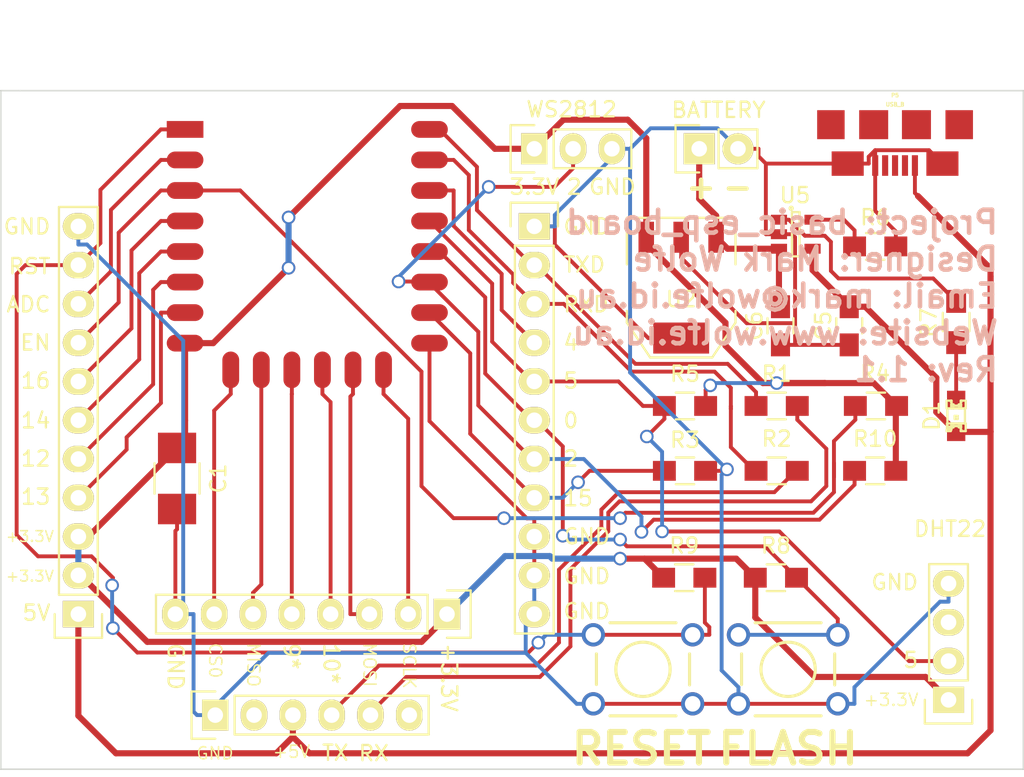
<source format=kicad_pcb>
(kicad_pcb (version 20171130) (host pcbnew "(5.1.12)-1")

  (general
    (thickness 1.6)
    (drawings 50)
    (tracks 409)
    (zones 0)
    (modules 27)
    (nets 30)
  )

  (page A4)
  (layers
    (0 F.Cu signal)
    (31 B.Cu signal)
    (32 B.Adhes user)
    (33 F.Adhes user)
    (34 B.Paste user)
    (35 F.Paste user)
    (36 B.SilkS user hide)
    (37 F.SilkS user)
    (38 B.Mask user)
    (39 F.Mask user)
    (40 Dwgs.User user)
    (41 Cmts.User user)
    (42 Eco1.User user)
    (43 Eco2.User user)
    (44 Edge.Cuts user)
    (45 Margin user)
    (46 B.CrtYd user)
    (47 F.CrtYd user)
    (48 B.Fab user)
    (49 F.Fab user)
  )

  (setup
    (last_trace_width 0.254)
    (user_trace_width 0.254)
    (user_trace_width 0.4)
    (trace_clearance 0.2)
    (zone_clearance 0.3)
    (zone_45_only no)
    (trace_min 0.254)
    (via_size 0.889)
    (via_drill 0.635)
    (via_min_size 0.889)
    (via_min_drill 0.508)
    (uvia_size 0.508)
    (uvia_drill 0.127)
    (uvias_allowed no)
    (uvia_min_size 0.508)
    (uvia_min_drill 0.127)
    (edge_width 0.1)
    (segment_width 0.2)
    (pcb_text_width 0.3)
    (pcb_text_size 1.5 1.5)
    (mod_edge_width 0.15)
    (mod_text_size 1 1)
    (mod_text_width 0.15)
    (pad_size 3.6576 2.032)
    (pad_drill 0)
    (pad_to_mask_clearance 0)
    (aux_axis_origin 0 0)
    (grid_origin 20.32 22.225)
    (visible_elements 7FFFFFFF)
    (pcbplotparams
      (layerselection 0x010f0_80000001)
      (usegerberextensions true)
      (usegerberattributes true)
      (usegerberadvancedattributes true)
      (creategerberjobfile true)
      (excludeedgelayer true)
      (linewidth 0.100000)
      (plotframeref false)
      (viasonmask false)
      (mode 1)
      (useauxorigin false)
      (hpglpennumber 1)
      (hpglpenspeed 20)
      (hpglpendiameter 15.000000)
      (psnegative false)
      (psa4output false)
      (plotreference true)
      (plotvalue true)
      (plotinvisibletext false)
      (padsonsilk false)
      (subtractmaskfromsilk false)
      (outputformat 1)
      (mirror false)
      (drillshape 0)
      (scaleselection 1)
      (outputdirectory "manufacture/1.1/"))
  )

  (net 0 "")
  (net 1 GND)
  (net 2 /RESET)
  (net 3 +5V)
  (net 4 +3V3)
  (net 5 "Net-(D1-Pad2)")
  (net 6 "Net-(P1-Pad4)")
  (net 7 "Net-(P1-Pad5)")
  (net 8 /GPIO0)
  (net 9 "Net-(R6-Pad1)")
  (net 10 "Net-(R7-Pad1)")
  (net 11 +BATT)
  (net 12 /TXD)
  (net 13 /RXD)
  (net 14 /GPIO4)
  (net 15 /GPIO5)
  (net 16 /GPIO2)
  (net 17 /GPIO15)
  (net 18 /GPIO13)
  (net 19 /GPIO12)
  (net 20 /GPIO14)
  (net 21 /GPIO16)
  (net 22 /EN)
  (net 23 /ADC)
  (net 24 /SCLK)
  (net 25 /MOSI)
  (net 26 /GPIO10)
  (net 27 /GPIO9)
  (net 28 /MISO)
  (net 29 /CS0)

  (net_class Default "This is the default net class."
    (clearance 0.2)
    (trace_width 0.254)
    (via_dia 0.889)
    (via_drill 0.635)
    (uvia_dia 0.508)
    (uvia_drill 0.127)
    (add_net /ADC)
    (add_net /CS0)
    (add_net /EN)
    (add_net /GPIO0)
    (add_net /GPIO10)
    (add_net /GPIO12)
    (add_net /GPIO13)
    (add_net /GPIO14)
    (add_net /GPIO15)
    (add_net /GPIO16)
    (add_net /GPIO2)
    (add_net /GPIO4)
    (add_net /GPIO5)
    (add_net /GPIO9)
    (add_net /MISO)
    (add_net /MOSI)
    (add_net /RESET)
    (add_net /RXD)
    (add_net /SCLK)
    (add_net /TXD)
    (add_net GND)
    (add_net "Net-(D1-Pad2)")
    (add_net "Net-(P1-Pad4)")
    (add_net "Net-(P1-Pad5)")
    (add_net "Net-(R6-Pad1)")
    (add_net "Net-(R7-Pad1)")
  )

  (net_class Power ""
    (clearance 0.2)
    (trace_width 0.4)
    (via_dia 0.889)
    (via_drill 0.635)
    (uvia_dia 0.508)
    (uvia_drill 0.127)
    (add_net +3V3)
    (add_net +5V)
    (add_net +BATT)
  )

  (module Socket_Strips:Socket_Strip_Straight_1x11 (layer F.Cu) (tedit 55DC560C) (tstamp 55A1CDF0)
    (at 52.705 29.21 270)
    (descr "Through hole socket strip")
    (tags "socket strip")
    (path /559C83C8)
    (fp_text reference P2 (at 0 -3.175 270) (layer F.SilkS) hide
      (effects (font (size 1 1) (thickness 0.15)))
    )
    (fp_text value HEADER_1 (at 5.715 -3.175 270) (layer F.Fab) hide
      (effects (font (size 1 1) (thickness 0.15)))
    )
    (fp_line (start -1.55 -1.55) (end -1.55 1.55) (layer F.SilkS) (width 0.15))
    (fp_line (start 0 -1.55) (end -1.55 -1.55) (layer F.SilkS) (width 0.15))
    (fp_line (start 1.27 1.27) (end 1.27 -1.27) (layer F.SilkS) (width 0.15))
    (fp_line (start -1.55 1.55) (end 0 1.55) (layer F.SilkS) (width 0.15))
    (fp_line (start 26.67 -1.27) (end 1.27 -1.27) (layer F.SilkS) (width 0.15))
    (fp_line (start 26.67 1.27) (end 26.67 -1.27) (layer F.SilkS) (width 0.15))
    (fp_line (start 1.27 1.27) (end 26.67 1.27) (layer F.SilkS) (width 0.15))
    (fp_line (start -1.75 1.75) (end 27.15 1.75) (layer F.CrtYd) (width 0.05))
    (fp_line (start -1.75 -1.75) (end 27.15 -1.75) (layer F.CrtYd) (width 0.05))
    (fp_line (start 27.15 -1.75) (end 27.15 1.75) (layer F.CrtYd) (width 0.05))
    (fp_line (start -1.75 -1.75) (end -1.75 1.75) (layer F.CrtYd) (width 0.05))
    (pad 1 thru_hole rect (at 0 0 270) (size 1.7272 2.032) (drill 1.016) (layers *.Cu *.Mask F.SilkS)
      (net 1 GND))
    (pad 2 thru_hole oval (at 2.54 0 270) (size 1.7272 2.032) (drill 1.016) (layers *.Cu *.Mask F.SilkS)
      (net 12 /TXD))
    (pad 3 thru_hole oval (at 5.08 0 270) (size 1.7272 2.032) (drill 1.016) (layers *.Cu *.Mask F.SilkS)
      (net 13 /RXD))
    (pad 4 thru_hole oval (at 7.62 0 270) (size 1.7272 2.032) (drill 1.016) (layers *.Cu *.Mask F.SilkS)
      (net 14 /GPIO4))
    (pad 5 thru_hole oval (at 10.16 0 270) (size 1.7272 2.032) (drill 1.016) (layers *.Cu *.Mask F.SilkS)
      (net 15 /GPIO5))
    (pad 6 thru_hole oval (at 12.7 0 270) (size 1.7272 2.032) (drill 1.016) (layers *.Cu *.Mask F.SilkS)
      (net 8 /GPIO0))
    (pad 7 thru_hole oval (at 15.24 0 270) (size 1.7272 2.032) (drill 1.016) (layers *.Cu *.Mask F.SilkS)
      (net 16 /GPIO2))
    (pad 8 thru_hole oval (at 17.78 0 270) (size 1.7272 2.032) (drill 1.016) (layers *.Cu *.Mask F.SilkS)
      (net 17 /GPIO15))
    (pad 9 thru_hole oval (at 20.32 0 270) (size 1.7272 2.032) (drill 1.016) (layers *.Cu *.Mask F.SilkS)
      (net 1 GND))
    (pad 10 thru_hole oval (at 22.86 0 270) (size 1.7272 2.032) (drill 1.016) (layers *.Cu *.Mask F.SilkS)
      (net 1 GND))
    (pad 11 thru_hole oval (at 25.4 0 270) (size 1.7272 2.032) (drill 1.016) (layers *.Cu *.Mask F.SilkS)
      (net 1 GND))
    (model Socket_Strips.3dshapes/Socket_Strip_Straight_1x11.wrl
      (offset (xyz 12.69999980926514 0 0))
      (scale (xyz 1 1 1))
      (rotate (xyz 0 0 180))
    )
  )

  (module Socket_Strips:Socket_Strip_Straight_1x11 (layer F.Cu) (tedit 55DC57AF) (tstamp 55A0FDA0)
    (at 22.86 54.61 90)
    (descr "Through hole socket strip")
    (tags "socket strip")
    (path /559C85BB)
    (fp_text reference P3 (at 3.175 3.175 90) (layer F.SilkS) hide
      (effects (font (size 1 1) (thickness 0.15)))
    )
    (fp_text value HEADER_2 (at 9.525 3.175 90) (layer F.Fab) hide
      (effects (font (size 1 1) (thickness 0.15)))
    )
    (fp_line (start -1.55 -1.55) (end -1.55 1.55) (layer F.SilkS) (width 0.15))
    (fp_line (start 0 -1.55) (end -1.55 -1.55) (layer F.SilkS) (width 0.15))
    (fp_line (start 1.27 1.27) (end 1.27 -1.27) (layer F.SilkS) (width 0.15))
    (fp_line (start -1.55 1.55) (end 0 1.55) (layer F.SilkS) (width 0.15))
    (fp_line (start 26.67 -1.27) (end 1.27 -1.27) (layer F.SilkS) (width 0.15))
    (fp_line (start 26.67 1.27) (end 26.67 -1.27) (layer F.SilkS) (width 0.15))
    (fp_line (start 1.27 1.27) (end 26.67 1.27) (layer F.SilkS) (width 0.15))
    (fp_line (start -1.75 1.75) (end 27.15 1.75) (layer F.CrtYd) (width 0.05))
    (fp_line (start -1.75 -1.75) (end 27.15 -1.75) (layer F.CrtYd) (width 0.05))
    (fp_line (start 27.15 -1.75) (end 27.15 1.75) (layer F.CrtYd) (width 0.05))
    (fp_line (start -1.75 -1.75) (end -1.75 1.75) (layer F.CrtYd) (width 0.05))
    (pad 1 thru_hole rect (at 0 0 90) (size 1.7272 2.032) (drill 1.016) (layers *.Cu *.Mask F.SilkS)
      (net 3 +5V))
    (pad 2 thru_hole oval (at 2.54 0 90) (size 1.7272 2.032) (drill 1.016) (layers *.Cu *.Mask F.SilkS)
      (net 4 +3V3))
    (pad 3 thru_hole oval (at 5.08 0 90) (size 1.7272 2.032) (drill 1.016) (layers *.Cu *.Mask F.SilkS)
      (net 4 +3V3))
    (pad 4 thru_hole oval (at 7.62 0 90) (size 1.7272 2.032) (drill 1.016) (layers *.Cu *.Mask F.SilkS)
      (net 18 /GPIO13))
    (pad 5 thru_hole oval (at 10.16 0 90) (size 1.7272 2.032) (drill 1.016) (layers *.Cu *.Mask F.SilkS)
      (net 19 /GPIO12))
    (pad 6 thru_hole oval (at 12.7 0 90) (size 1.7272 2.032) (drill 1.016) (layers *.Cu *.Mask F.SilkS)
      (net 20 /GPIO14))
    (pad 7 thru_hole oval (at 15.24 0 90) (size 1.7272 2.032) (drill 1.016) (layers *.Cu *.Mask F.SilkS)
      (net 21 /GPIO16))
    (pad 8 thru_hole oval (at 17.78 0 90) (size 1.7272 2.032) (drill 1.016) (layers *.Cu *.Mask F.SilkS)
      (net 22 /EN))
    (pad 9 thru_hole oval (at 20.32 0 90) (size 1.7272 2.032) (drill 1.016) (layers *.Cu *.Mask F.SilkS)
      (net 23 /ADC))
    (pad 10 thru_hole oval (at 22.86 0 90) (size 1.7272 2.032) (drill 1.016) (layers *.Cu *.Mask F.SilkS)
      (net 2 /RESET))
    (pad 11 thru_hole oval (at 25.4 0 90) (size 1.7272 2.032) (drill 1.016) (layers *.Cu *.Mask F.SilkS)
      (net 1 GND))
    (model Socket_Strips.3dshapes/Socket_Strip_Straight_1x11.wrl
      (offset (xyz 12.69999980926514 0 0))
      (scale (xyz 1 1 1))
      (rotate (xyz 0 0 180))
    )
  )

  (module Socket_Strips:Socket_Strip_Straight_1x08 (layer F.Cu) (tedit 55DC5C93) (tstamp 55A0FDB7)
    (at 46.99 54.61 180)
    (descr "Through hole socket strip")
    (tags "socket strip")
    (path /559C9D15)
    (fp_text reference P4 (at 0 3.175 180) (layer F.SilkS) hide
      (effects (font (size 1 1) (thickness 0.15)))
    )
    (fp_text value HEADER_3 (at 6.35 3.175 180) (layer F.Fab)
      (effects (font (size 1 1) (thickness 0.15)))
    )
    (fp_line (start -1.55 -1.55) (end -1.55 1.55) (layer F.SilkS) (width 0.15))
    (fp_line (start 0 -1.55) (end -1.55 -1.55) (layer F.SilkS) (width 0.15))
    (fp_line (start 1.27 1.27) (end 1.27 -1.27) (layer F.SilkS) (width 0.15))
    (fp_line (start -1.55 1.55) (end 0 1.55) (layer F.SilkS) (width 0.15))
    (fp_line (start 19.05 -1.27) (end 1.27 -1.27) (layer F.SilkS) (width 0.15))
    (fp_line (start 19.05 1.27) (end 19.05 -1.27) (layer F.SilkS) (width 0.15))
    (fp_line (start 1.27 1.27) (end 19.05 1.27) (layer F.SilkS) (width 0.15))
    (fp_line (start -1.75 1.75) (end 19.55 1.75) (layer F.CrtYd) (width 0.05))
    (fp_line (start -1.75 -1.75) (end 19.55 -1.75) (layer F.CrtYd) (width 0.05))
    (fp_line (start 19.55 -1.75) (end 19.55 1.75) (layer F.CrtYd) (width 0.05))
    (fp_line (start -1.75 -1.75) (end -1.75 1.75) (layer F.CrtYd) (width 0.05))
    (pad 1 thru_hole rect (at 0 0 180) (size 1.7272 2.032) (drill 1.016) (layers *.Cu *.Mask F.SilkS)
      (net 4 +3V3))
    (pad 2 thru_hole oval (at 2.54 0 180) (size 1.7272 2.032) (drill 1.016) (layers *.Cu *.Mask F.SilkS)
      (net 24 /SCLK))
    (pad 3 thru_hole oval (at 5.08 0 180) (size 1.7272 2.032) (drill 1.016) (layers *.Cu *.Mask F.SilkS)
      (net 25 /MOSI))
    (pad 4 thru_hole oval (at 7.62 0 180) (size 1.7272 2.032) (drill 1.016) (layers *.Cu *.Mask F.SilkS)
      (net 26 /GPIO10))
    (pad 5 thru_hole oval (at 10.16 0 180) (size 1.7272 2.032) (drill 1.016) (layers *.Cu *.Mask F.SilkS)
      (net 27 /GPIO9))
    (pad 6 thru_hole oval (at 12.7 0 180) (size 1.7272 2.032) (drill 1.016) (layers *.Cu *.Mask F.SilkS)
      (net 28 /MISO))
    (pad 7 thru_hole oval (at 15.24 0 180) (size 1.7272 2.032) (drill 1.016) (layers *.Cu *.Mask F.SilkS)
      (net 29 /CS0))
    (pad 8 thru_hole oval (at 17.78 0 180) (size 1.7272 2.032) (drill 1.016) (layers *.Cu *.Mask F.SilkS)
      (net 1 GND))
    (model Socket_Strips.3dshapes/Socket_Strip_Straight_1x08.wrl
      (offset (xyz 8.889999866485596 0 0))
      (scale (xyz 1 1 1))
      (rotate (xyz 0 0 180))
    )
  )

  (module Pin_Headers:Pin_Header_Straight_1x03 (layer F.Cu) (tedit 55DC599A) (tstamp 55A0FDC9)
    (at 52.705 24.13 90)
    (descr "Through hole pin header")
    (tags "pin header")
    (path /559CBCA0)
    (fp_text reference P6 (at 1.105 -3.085 180) (layer F.SilkS) hide
      (effects (font (size 1 1) (thickness 0.15)))
    )
    (fp_text value WS2812 (at 2.58 2.44 180) (layer F.SilkS)
      (effects (font (size 1 1) (thickness 0.15)))
    )
    (fp_line (start -1.55 -1.55) (end 1.55 -1.55) (layer F.SilkS) (width 0.15))
    (fp_line (start -1.55 0) (end -1.55 -1.55) (layer F.SilkS) (width 0.15))
    (fp_line (start 1.27 1.27) (end -1.27 1.27) (layer F.SilkS) (width 0.15))
    (fp_line (start 1.55 -1.55) (end 1.55 0) (layer F.SilkS) (width 0.15))
    (fp_line (start 1.27 6.35) (end 1.27 1.27) (layer F.SilkS) (width 0.15))
    (fp_line (start -1.27 6.35) (end 1.27 6.35) (layer F.SilkS) (width 0.15))
    (fp_line (start -1.27 1.27) (end -1.27 6.35) (layer F.SilkS) (width 0.15))
    (fp_line (start -1.75 6.85) (end 1.75 6.85) (layer F.CrtYd) (width 0.05))
    (fp_line (start -1.75 -1.75) (end 1.75 -1.75) (layer F.CrtYd) (width 0.05))
    (fp_line (start 1.75 -1.75) (end 1.75 6.85) (layer F.CrtYd) (width 0.05))
    (fp_line (start -1.75 -1.75) (end -1.75 6.85) (layer F.CrtYd) (width 0.05))
    (pad 1 thru_hole rect (at 0 0 90) (size 2.032 1.7272) (drill 1.016) (layers *.Cu *.Mask F.SilkS)
      (net 4 +3V3))
    (pad 2 thru_hole oval (at 0 2.54 90) (size 2.032 1.7272) (drill 1.016) (layers *.Cu *.Mask F.SilkS)
      (net 16 /GPIO2))
    (pad 3 thru_hole oval (at 0 5.08 90) (size 2.032 1.7272) (drill 1.016) (layers *.Cu *.Mask F.SilkS)
      (net 1 GND))
    (model Pin_Headers.3dshapes/Pin_Header_Straight_1x03.wrl
      (offset (xyz 0 -2.539999961853027 0))
      (scale (xyz 1 1 1))
      (rotate (xyz 0 0 90))
    )
  )

  (module ESP8266:ESP-12E (layer F.Cu) (tedit 55DC5A6A) (tstamp 55A0FE67)
    (at 29.845 22.86)
    (descr "Module, ESP-8266, ESP-12, 16 pad, SMD")
    (tags "Module ESP-8266 ESP8266")
    (path /559C6487)
    (fp_text reference U1 (at -1.905 -1.27) (layer F.SilkS) hide
      (effects (font (size 1 1) (thickness 0.15)))
    )
    (fp_text value ESP-12E (at 8 1) (layer F.Fab)
      (effects (font (size 1 1) (thickness 0.15)))
    )
    (fp_line (start 0 -8.4) (end 16 -8.4) (layer F.Fab) (width 0.1524))
    (fp_line (start 0 15.6) (end 0 -8.4) (layer F.Fab) (width 0.1524))
    (fp_line (start 16 15.6) (end 0 15.6) (layer F.Fab) (width 0.1524))
    (fp_line (start 16 -8.4) (end 16 15.6) (layer F.Fab) (width 0.1524))
    (fp_line (start 16 -8.4) (end 0 -8.4) (layer F.CrtYd) (width 0.1524))
    (fp_line (start 16 -2.6) (end 16 -8.4) (layer F.CrtYd) (width 0.1524))
    (fp_line (start 0 -2.6) (end 16 -2.6) (layer F.CrtYd) (width 0.1524))
    (fp_line (start 0 -8.4) (end 0 -2.6) (layer F.CrtYd) (width 0.1524))
    (fp_line (start 0 -8.4) (end 16 -2.6) (layer F.CrtYd) (width 0.1524))
    (fp_line (start 16 -8.4) (end 0 -2.6) (layer F.CrtYd) (width 0.1524))
    (fp_text user "No Copper" (at 7.9 -5.4) (layer F.CrtYd)
      (effects (font (size 1 1) (thickness 0.15)))
    )
    (pad 9 smd oval (at 2.99 15.75 90) (size 2.4 1.1) (layers F.Cu F.Paste F.Mask)
      (net 29 /CS0))
    (pad 10 smd oval (at 4.99 15.75 90) (size 2.4 1.1) (layers F.Cu F.Paste F.Mask)
      (net 28 /MISO))
    (pad 11 smd oval (at 6.99 15.75 90) (size 2.4 1.1) (layers F.Cu F.Paste F.Mask)
      (net 27 /GPIO9))
    (pad 12 smd oval (at 8.99 15.75 90) (size 2.4 1.1) (layers F.Cu F.Paste F.Mask)
      (net 26 /GPIO10))
    (pad 13 smd oval (at 10.99 15.75 90) (size 2.4 1.1) (layers F.Cu F.Paste F.Mask)
      (net 25 /MOSI))
    (pad 14 smd oval (at 12.99 15.75 90) (size 2.4 1.1) (layers F.Cu F.Paste F.Mask)
      (net 24 /SCLK))
    (pad 1 smd rect (at 0 0) (size 2.4 1.1) (layers F.Cu F.Paste F.Mask)
      (net 2 /RESET))
    (pad 2 smd oval (at 0 2) (size 2.4 1.1) (layers F.Cu F.Paste F.Mask)
      (net 23 /ADC))
    (pad 3 smd oval (at 0 4) (size 2.4 1.1) (layers F.Cu F.Paste F.Mask)
      (net 22 /EN))
    (pad 4 smd oval (at 0 6) (size 2.4 1.1) (layers F.Cu F.Paste F.Mask)
      (net 21 /GPIO16))
    (pad 5 smd oval (at 0 8) (size 2.4 1.1) (layers F.Cu F.Paste F.Mask)
      (net 20 /GPIO14))
    (pad 6 smd oval (at 0 10) (size 2.4 1.1) (layers F.Cu F.Paste F.Mask)
      (net 19 /GPIO12))
    (pad 7 smd oval (at 0 12) (size 2.4 1.1) (layers F.Cu F.Paste F.Mask)
      (net 18 /GPIO13))
    (pad 8 smd oval (at 0 14) (size 2.4 1.1) (layers F.Cu F.Paste F.Mask)
      (net 4 +3V3))
    (pad 15 smd oval (at 16 14) (size 2.4 1.1) (layers F.Cu F.Paste F.Mask)
      (net 1 GND))
    (pad 16 smd oval (at 16 12) (size 2.4 1.1) (layers F.Cu F.Paste F.Mask)
      (net 17 /GPIO15))
    (pad 17 smd oval (at 16 10) (size 2.4 1.1) (layers F.Cu F.Paste F.Mask)
      (net 16 /GPIO2))
    (pad 18 smd oval (at 16 8) (size 2.4 1.1) (layers F.Cu F.Paste F.Mask)
      (net 8 /GPIO0))
    (pad 19 smd oval (at 16 6) (size 2.4 1.1) (layers F.Cu F.Paste F.Mask)
      (net 15 /GPIO5))
    (pad 20 smd oval (at 16 4) (size 2.4 1.1) (layers F.Cu F.Paste F.Mask)
      (net 14 /GPIO4))
    (pad 21 smd oval (at 16 2) (size 2.4 1.1) (layers F.Cu F.Paste F.Mask)
      (net 13 /RXD))
    (pad 22 smd oval (at 16 0) (size 2.4 1.1) (layers F.Cu F.Paste F.Mask)
      (net 12 /TXD))
  )

  (module Pin_Headers:Pin_Header_Straight_1x04 (layer F.Cu) (tedit 55DC5889) (tstamp 55A0FE8A)
    (at 79.82 60.225 180)
    (descr "Through hole pin header")
    (tags "pin header")
    (path /559CAA65)
    (fp_text reference U3 (at -2.54 4.445 270) (layer F.SilkS) hide
      (effects (font (size 1 1) (thickness 0.15)))
    )
    (fp_text value DHT22 (at -0.1 11.2) (layer F.SilkS)
      (effects (font (size 1 1) (thickness 0.15)))
    )
    (fp_line (start -1.55 -1.55) (end 1.55 -1.55) (layer F.SilkS) (width 0.15))
    (fp_line (start -1.55 0) (end -1.55 -1.55) (layer F.SilkS) (width 0.15))
    (fp_line (start 1.27 1.27) (end -1.27 1.27) (layer F.SilkS) (width 0.15))
    (fp_line (start -1.27 8.89) (end 1.27 8.89) (layer F.SilkS) (width 0.15))
    (fp_line (start 1.55 -1.55) (end 1.55 0) (layer F.SilkS) (width 0.15))
    (fp_line (start 1.27 1.27) (end 1.27 8.89) (layer F.SilkS) (width 0.15))
    (fp_line (start -1.27 1.27) (end -1.27 8.89) (layer F.SilkS) (width 0.15))
    (fp_line (start -1.75 9.4) (end 1.75 9.4) (layer F.CrtYd) (width 0.05))
    (fp_line (start -1.75 -1.75) (end 1.75 -1.75) (layer F.CrtYd) (width 0.05))
    (fp_line (start 1.75 -1.75) (end 1.75 9.4) (layer F.CrtYd) (width 0.05))
    (fp_line (start -1.75 -1.75) (end -1.75 9.4) (layer F.CrtYd) (width 0.05))
    (pad 1 thru_hole rect (at 0 0 180) (size 2.032 1.7272) (drill 1.016) (layers *.Cu *.Mask F.SilkS)
      (net 4 +3V3))
    (pad 2 thru_hole oval (at 0 2.54 180) (size 2.032 1.7272) (drill 1.016) (layers *.Cu *.Mask F.SilkS)
      (net 15 /GPIO5))
    (pad 3 thru_hole oval (at 0 5.08 180) (size 2.032 1.7272) (drill 1.016) (layers *.Cu *.Mask F.SilkS))
    (pad 4 thru_hole oval (at 0 7.62 180) (size 2.032 1.7272) (drill 1.016) (layers *.Cu *.Mask F.SilkS)
      (net 1 GND))
    (model Pin_Headers.3dshapes/Pin_Header_Straight_1x04.wrl
      (offset (xyz 0 -3.809999942779541 0))
      (scale (xyz 1 1 1))
      (rotate (xyz 0 0 90))
    )
  )

  (module Housings_SOT-23_SOT-143_TSOT-6:SOT-23-5 (layer F.Cu) (tedit 55360473) (tstamp 55A0FE9C)
    (at 69.82 29.725)
    (descr "5-pin SOT23 package")
    (tags SOT-23-5)
    (path /559CFDF1)
    (attr smd)
    (fp_text reference U5 (at -0.05 -2.55) (layer F.SilkS)
      (effects (font (size 1 1) (thickness 0.15)))
    )
    (fp_text value MCP73831 (at -0.05 2.35) (layer F.Fab)
      (effects (font (size 1 1) (thickness 0.15)))
    )
    (fp_circle (center -0.3 -1.7) (end -0.2 -1.7) (layer F.SilkS) (width 0.15))
    (fp_line (start -0.25 -1.45) (end -0.25 1.45) (layer F.SilkS) (width 0.15))
    (fp_line (start -0.25 1.45) (end 0.25 1.45) (layer F.SilkS) (width 0.15))
    (fp_line (start 0.25 1.45) (end 0.25 -1.45) (layer F.SilkS) (width 0.15))
    (fp_line (start 0.25 -1.45) (end -0.25 -1.45) (layer F.SilkS) (width 0.15))
    (fp_line (start -1.8 1.6) (end -1.8 -1.6) (layer F.CrtYd) (width 0.05))
    (fp_line (start 1.8 1.6) (end -1.8 1.6) (layer F.CrtYd) (width 0.05))
    (fp_line (start 1.8 -1.6) (end 1.8 1.6) (layer F.CrtYd) (width 0.05))
    (fp_line (start -1.8 -1.6) (end 1.8 -1.6) (layer F.CrtYd) (width 0.05))
    (pad 1 smd rect (at -1.1 -0.95) (size 1.06 0.65) (layers F.Cu F.Paste F.Mask)
      (net 10 "Net-(R7-Pad1)"))
    (pad 2 smd rect (at -1.1 0) (size 1.06 0.65) (layers F.Cu F.Paste F.Mask)
      (net 1 GND))
    (pad 3 smd rect (at -1.1 0.95) (size 1.06 0.65) (layers F.Cu F.Paste F.Mask)
      (net 11 +BATT))
    (pad 4 smd rect (at 1.1 0.95) (size 1.06 0.65) (layers F.Cu F.Paste F.Mask)
      (net 3 +5V))
    (pad 5 smd rect (at 1.1 -0.95) (size 1.06 0.65) (layers F.Cu F.Paste F.Mask)
      (net 9 "Net-(R6-Pad1)"))
    (model Housings_SOT-23_SOT-143_TSOT-6.3dshapes/SOT-23-5.wrl
      (at (xyz 0 0 0))
      (scale (xyz 0.11 0.11 0.11))
      (rotate (xyz 0 0 90))
    )
  )

  (module Pin_Headers:Pin_Header_Straight_1x02 (layer F.Cu) (tedit 55DC55FC) (tstamp 55A21FE5)
    (at 63.5 24.13 90)
    (descr "Through hole pin header")
    (tags "pin header")
    (path /55A2210E)
    (fp_text reference BT1 (at 0.105 5.12 90) (layer F.SilkS) hide
      (effects (font (size 1 1) (thickness 0.15)))
    )
    (fp_text value BATTERY (at 2.54 1.27 180) (layer F.SilkS)
      (effects (font (size 1 1) (thickness 0.15)))
    )
    (fp_line (start -1.27 3.81) (end 1.27 3.81) (layer F.SilkS) (width 0.15))
    (fp_line (start -1.27 1.27) (end -1.27 3.81) (layer F.SilkS) (width 0.15))
    (fp_line (start -1.55 -1.55) (end 1.55 -1.55) (layer F.SilkS) (width 0.15))
    (fp_line (start -1.55 0) (end -1.55 -1.55) (layer F.SilkS) (width 0.15))
    (fp_line (start 1.27 1.27) (end -1.27 1.27) (layer F.SilkS) (width 0.15))
    (fp_line (start -1.75 4.3) (end 1.75 4.3) (layer F.CrtYd) (width 0.05))
    (fp_line (start -1.75 -1.75) (end 1.75 -1.75) (layer F.CrtYd) (width 0.05))
    (fp_line (start 1.75 -1.75) (end 1.75 4.3) (layer F.CrtYd) (width 0.05))
    (fp_line (start -1.75 -1.75) (end -1.75 4.3) (layer F.CrtYd) (width 0.05))
    (fp_line (start 1.55 -1.55) (end 1.55 0) (layer F.SilkS) (width 0.15))
    (fp_line (start 1.27 1.27) (end 1.27 3.81) (layer F.SilkS) (width 0.15))
    (pad 1 thru_hole rect (at 0 0 90) (size 2.032 2.032) (drill 1.016) (layers *.Cu *.Mask F.SilkS)
      (net 11 +BATT))
    (pad 2 thru_hole oval (at 0 2.54 90) (size 2.032 2.032) (drill 1.016) (layers *.Cu *.Mask F.SilkS)
      (net 1 GND))
    (model Pin_Headers.3dshapes/Pin_Header_Straight_1x02.wrl
      (offset (xyz 0 -1.269999980926514 0))
      (scale (xyz 1 1 1))
      (rotate (xyz 0 0 90))
    )
  )

  (module LEDs:LED-0805 (layer F.Cu) (tedit 55DC5CA4) (tstamp 55A2256C)
    (at 80.32 41.625 90)
    (descr "LED 0805 smd package")
    (tags "LED 0805 SMD")
    (path /559CFFAE)
    (attr smd)
    (fp_text reference D1 (at 0 -1.6 90) (layer F.SilkS)
      (effects (font (size 1 1) (thickness 0.15)))
    )
    (fp_text value LED (at 0 0 90) (layer F.Fab) hide
      (effects (font (size 1 1) (thickness 0.15)))
    )
    (fp_circle (center -0.84836 -0.44958) (end -0.89916 -0.50038) (layer F.SilkS) (width 0.15))
    (fp_line (start 0.49784 -0.57404) (end -0.92456 -0.57404) (layer F.SilkS) (width 0.15))
    (fp_line (start -0.52324 0.57404) (end 0.52324 0.57404) (layer F.SilkS) (width 0.15))
    (fp_line (start -0.92456 -0.62484) (end -0.99822 -0.62484) (layer F.SilkS) (width 0.15))
    (fp_line (start -0.99822 -0.62484) (end -0.99822 -0.39878) (layer F.SilkS) (width 0.15))
    (fp_line (start -0.92456 -0.39878) (end -0.99822 -0.39878) (layer F.SilkS) (width 0.15))
    (fp_line (start -0.92456 -0.62484) (end -0.92456 -0.39878) (layer F.SilkS) (width 0.15))
    (fp_line (start -0.49784 -0.59944) (end -0.79756 -0.59944) (layer F.SilkS) (width 0.15))
    (fp_line (start -0.79756 -0.59944) (end -0.79756 -0.29972) (layer F.SilkS) (width 0.15))
    (fp_line (start -0.49784 -0.29972) (end -0.79756 -0.29972) (layer F.SilkS) (width 0.15))
    (fp_line (start -0.49784 -0.59944) (end -0.49784 -0.29972) (layer F.SilkS) (width 0.15))
    (fp_line (start 0 -0.09906) (end -0.19812 -0.09906) (layer F.SilkS) (width 0.15))
    (fp_line (start -0.19812 -0.09906) (end -0.19812 0.09906) (layer F.SilkS) (width 0.15))
    (fp_line (start 0 0.09906) (end -0.19812 0.09906) (layer F.SilkS) (width 0.15))
    (fp_line (start 0 -0.09906) (end 0 0.09906) (layer F.SilkS) (width 0.15))
    (fp_line (start 0.6731 -0.19812) (end 0.49784 -0.19812) (layer F.SilkS) (width 0.15))
    (fp_line (start 0.49784 -0.19812) (end 0.49784 0.19812) (layer F.SilkS) (width 0.15))
    (fp_line (start 0.6731 0.19812) (end 0.49784 0.19812) (layer F.SilkS) (width 0.15))
    (fp_line (start 0.6731 -0.19812) (end 0.6731 0.19812) (layer F.SilkS) (width 0.15))
    (fp_line (start 0.7493 -0.32258) (end 0.49784 -0.32258) (layer F.SilkS) (width 0.15))
    (fp_line (start 0.49784 -0.32258) (end 0.49784 -0.17272) (layer F.SilkS) (width 0.15))
    (fp_line (start 0.7493 -0.17272) (end 0.49784 -0.17272) (layer F.SilkS) (width 0.15))
    (fp_line (start 0.7493 -0.32258) (end 0.7493 -0.17272) (layer F.SilkS) (width 0.15))
    (fp_line (start 0.7493 0.17272) (end 0.49784 0.17272) (layer F.SilkS) (width 0.15))
    (fp_line (start 0.49784 0.17272) (end 0.49784 0.32258) (layer F.SilkS) (width 0.15))
    (fp_line (start 0.7493 0.32258) (end 0.49784 0.32258) (layer F.SilkS) (width 0.15))
    (fp_line (start 0.7493 0.17272) (end 0.7493 0.32258) (layer F.SilkS) (width 0.15))
    (fp_line (start 0.99822 -0.62484) (end 0.49784 -0.62484) (layer F.SilkS) (width 0.15))
    (fp_line (start 0.49784 -0.62484) (end 0.49784 -0.29972) (layer F.SilkS) (width 0.15))
    (fp_line (start 0.99822 -0.29972) (end 0.49784 -0.29972) (layer F.SilkS) (width 0.15))
    (fp_line (start 0.99822 -0.62484) (end 0.99822 -0.29972) (layer F.SilkS) (width 0.15))
    (fp_line (start 0.99822 0.29972) (end 0.49784 0.29972) (layer F.SilkS) (width 0.15))
    (fp_line (start 0.49784 0.29972) (end 0.49784 0.62484) (layer F.SilkS) (width 0.15))
    (fp_line (start 0.99822 0.62484) (end 0.49784 0.62484) (layer F.SilkS) (width 0.15))
    (fp_line (start 0.99822 0.29972) (end 0.99822 0.62484) (layer F.SilkS) (width 0.15))
    (fp_line (start -0.49784 -0.19812) (end -0.6731 -0.19812) (layer F.SilkS) (width 0.15))
    (fp_line (start -0.6731 -0.19812) (end -0.6731 0.19812) (layer F.SilkS) (width 0.15))
    (fp_line (start -0.49784 0.19812) (end -0.6731 0.19812) (layer F.SilkS) (width 0.15))
    (fp_line (start -0.49784 -0.19812) (end -0.49784 0.19812) (layer F.SilkS) (width 0.15))
    (fp_line (start -0.49784 0.17272) (end -0.7493 0.17272) (layer F.SilkS) (width 0.15))
    (fp_line (start -0.7493 0.17272) (end -0.7493 0.32258) (layer F.SilkS) (width 0.15))
    (fp_line (start -0.49784 0.32258) (end -0.7493 0.32258) (layer F.SilkS) (width 0.15))
    (fp_line (start -0.49784 0.17272) (end -0.49784 0.32258) (layer F.SilkS) (width 0.15))
    (fp_line (start -0.49784 -0.32258) (end -0.7493 -0.32258) (layer F.SilkS) (width 0.15))
    (fp_line (start -0.7493 -0.32258) (end -0.7493 -0.17272) (layer F.SilkS) (width 0.15))
    (fp_line (start -0.49784 -0.17272) (end -0.7493 -0.17272) (layer F.SilkS) (width 0.15))
    (fp_line (start -0.49784 -0.32258) (end -0.49784 -0.17272) (layer F.SilkS) (width 0.15))
    (fp_line (start -0.49784 0.29972) (end -0.99822 0.29972) (layer F.SilkS) (width 0.15))
    (fp_line (start -0.99822 0.29972) (end -0.99822 0.62484) (layer F.SilkS) (width 0.15))
    (fp_line (start -0.49784 0.62484) (end -0.99822 0.62484) (layer F.SilkS) (width 0.15))
    (fp_line (start -0.49784 0.29972) (end -0.49784 0.62484) (layer F.SilkS) (width 0.15))
    (fp_arc (start -0.99822 0) (end -0.99822 0.34798) (angle -180) (layer F.SilkS) (width 0.15))
    (fp_arc (start 0.99822 0) (end 0.99822 -0.34798) (angle -180) (layer F.SilkS) (width 0.15))
    (pad 2 smd rect (at 1.04902 0 270) (size 1.19888 1.19888) (layers F.Cu F.Paste F.Mask)
      (net 5 "Net-(D1-Pad2)"))
    (pad 1 smd rect (at -1.04902 0 270) (size 1.19888 1.19888) (layers F.Cu F.Paste F.Mask)
      (net 3 +5V))
  )

  (module Pin_Headers:Pin_Header_Straight_1x06 (layer F.Cu) (tedit 55DC5770) (tstamp 55A225EA)
    (at 31.82 61.225 90)
    (descr "Through hole pin header")
    (tags "pin header")
    (path /559DC02F)
    (fp_text reference P1 (at 3.175 0 180) (layer F.SilkS) hide
      (effects (font (size 1 1) (thickness 0.15)))
    )
    (fp_text value CONN_SERIAL_SF (at -2.54 4.445 180) (layer F.Fab) hide
      (effects (font (size 1 1) (thickness 0.15)))
    )
    (fp_line (start -1.55 -1.55) (end 1.55 -1.55) (layer F.SilkS) (width 0.15))
    (fp_line (start -1.55 0) (end -1.55 -1.55) (layer F.SilkS) (width 0.15))
    (fp_line (start 1.27 1.27) (end -1.27 1.27) (layer F.SilkS) (width 0.15))
    (fp_line (start 1.55 -1.55) (end 1.55 0) (layer F.SilkS) (width 0.15))
    (fp_line (start -1.27 13.97) (end -1.27 1.27) (layer F.SilkS) (width 0.15))
    (fp_line (start 1.27 13.97) (end -1.27 13.97) (layer F.SilkS) (width 0.15))
    (fp_line (start 1.27 1.27) (end 1.27 13.97) (layer F.SilkS) (width 0.15))
    (fp_line (start -1.75 14.45) (end 1.75 14.45) (layer F.CrtYd) (width 0.05))
    (fp_line (start -1.75 -1.75) (end 1.75 -1.75) (layer F.CrtYd) (width 0.05))
    (fp_line (start 1.75 -1.75) (end 1.75 14.45) (layer F.CrtYd) (width 0.05))
    (fp_line (start -1.75 -1.75) (end -1.75 14.45) (layer F.CrtYd) (width 0.05))
    (pad 1 thru_hole rect (at 0 0 90) (size 2.032 1.7272) (drill 1.016) (layers *.Cu *.Mask F.SilkS)
      (net 1 GND))
    (pad 2 thru_hole oval (at 0 2.54 90) (size 2.032 1.7272) (drill 1.016) (layers *.Cu *.Mask F.SilkS))
    (pad 3 thru_hole oval (at 0 5.08 90) (size 2.032 1.7272) (drill 1.016) (layers *.Cu *.Mask F.SilkS)
      (net 3 +5V))
    (pad 4 thru_hole oval (at 0 7.62 90) (size 2.032 1.7272) (drill 1.016) (layers *.Cu *.Mask F.SilkS)
      (net 6 "Net-(P1-Pad4)"))
    (pad 5 thru_hole oval (at 0 10.16 90) (size 2.032 1.7272) (drill 1.016) (layers *.Cu *.Mask F.SilkS)
      (net 7 "Net-(P1-Pad5)"))
    (pad 6 thru_hole oval (at 0 12.7 90) (size 2.032 1.7272) (drill 1.016) (layers *.Cu *.Mask F.SilkS))
    (model Pin_Headers.3dshapes/Pin_Header_Straight_1x06.wrl
      (offset (xyz 0 -6.349999904632568 0))
      (scale (xyz 1 1 1))
      (rotate (xyz 0 0 90))
    )
  )

  (module molex_usb:USBMICROB_HIROSE_ZX62_B_5PA (layer F.Cu) (tedit 55DC5A74) (tstamp 55DC4AC2)
    (at 76.32 25.225 180)
    (path /55DC4129)
    (fp_text reference P5 (at 0 4.6 180) (layer F.SilkS)
      (effects (font (size 0.254 0.254) (thickness 0.0635)))
    )
    (fp_text value USB_B (at 0 4 180) (layer F.SilkS)
      (effects (font (size 0.254 0.254) (thickness 0.0635)))
    )
    (fp_line (start 3.75 0) (end -3.75 0) (layer Cmts.User) (width 0.15))
    (fp_line (start 3.75 5) (end 3.75 0) (layer Cmts.User) (width 0.15))
    (fp_line (start -3.75 5) (end 3.75 5) (layer Cmts.User) (width 0.15))
    (fp_line (start -3.75 0) (end -3.75 5) (layer Cmts.User) (width 0.15))
    (fp_line (start -3.7 5) (end -3.9 5.6) (layer Cmts.User) (width 0.15))
    (fp_line (start 3.7 5) (end 3.9 5.6) (layer Cmts.User) (width 0.15))
    (pad 1 smd rect (at -1.3 0 180) (size 0.4 1.35) (layers F.Cu F.Paste F.Mask)
      (net 3 +5V))
    (pad 2 smd rect (at -0.65 0 180) (size 0.4 1.35) (layers F.Cu F.Paste F.Mask))
    (pad 3 smd rect (at 0 0 180) (size 0.4 1.35) (layers F.Cu F.Paste F.Mask))
    (pad "" smd rect (at 0.65 0 180) (size 0.4 1.35) (layers F.Cu F.Paste F.Mask))
    (pad 4 smd rect (at 1.3 0 180) (size 0.4 1.35) (layers F.Cu F.Paste F.Mask)
      (net 1 GND))
    (pad 5 smd rect (at -3.1 0.125 180) (size 2.1 1.6) (layers F.Cu F.Paste F.Mask)
      (net 1 GND))
    (pad 5 smd rect (at 3.1 0.125 180) (size 2.1 1.6) (layers F.Cu F.Paste F.Mask)
      (net 1 GND))
    (pad 6 smd rect (at -4.2 2.675 180) (size 1.8 1.9) (layers F.Cu F.Paste F.Mask))
    (pad 6 smd rect (at -1.4 2.675 180) (size 1.9 1.9) (layers F.Cu F.Paste F.Mask))
    (pad 6 smd rect (at 1.4 2.675 180) (size 1.9 1.9) (layers F.Cu F.Paste F.Mask))
    (pad 6 smd rect (at 4.2 2.675 180) (size 1.8 1.9) (layers F.Cu F.Paste F.Mask))
  )

  (module Resistors_SMD:R_0805_HandSoldering (layer F.Cu) (tedit 55DC5AE8) (tstamp 55DC4AC8)
    (at 68.52 52.225)
    (descr "Resistor SMD 0805, hand soldering")
    (tags "resistor 0805")
    (path /55D86B50)
    (attr smd)
    (fp_text reference R8 (at 0 -2.1) (layer F.SilkS)
      (effects (font (size 1 1) (thickness 0.15)))
    )
    (fp_text value 10K (at 0 2.1) (layer F.SilkS) hide
      (effects (font (size 1 1) (thickness 0.15)))
    )
    (fp_line (start -0.6 -0.875) (end 0.6 -0.875) (layer F.SilkS) (width 0.15))
    (fp_line (start 0.6 0.875) (end -0.6 0.875) (layer F.SilkS) (width 0.15))
    (fp_line (start 2.4 -1) (end 2.4 1) (layer F.CrtYd) (width 0.05))
    (fp_line (start -2.4 -1) (end -2.4 1) (layer F.CrtYd) (width 0.05))
    (fp_line (start -2.4 1) (end 2.4 1) (layer F.CrtYd) (width 0.05))
    (fp_line (start -2.4 -1) (end 2.4 -1) (layer F.CrtYd) (width 0.05))
    (pad 1 smd rect (at -1.35 0) (size 1.5 1.3) (layers F.Cu F.Paste F.Mask)
      (net 4 +3V3))
    (pad 2 smd rect (at 1.35 0) (size 1.5 1.3) (layers F.Cu F.Paste F.Mask)
      (net 8 /GPIO0))
    (model Resistors_SMD/R_0805_HandSoldering.wrl
      (at (xyz 0 0 0))
      (scale (xyz 1 1 1))
      (rotate (xyz 0 0 0))
    )
  )

  (module Resistors_SMD:R_0805_HandSoldering (layer F.Cu) (tedit 55DC5AEB) (tstamp 55DC4ACE)
    (at 62.52 52.225)
    (descr "Resistor SMD 0805, hand soldering")
    (tags "resistor 0805")
    (path /55D86014)
    (attr smd)
    (fp_text reference R9 (at 0 -2.1) (layer F.SilkS)
      (effects (font (size 1 1) (thickness 0.15)))
    )
    (fp_text value 10K (at 0 2.1) (layer F.SilkS) hide
      (effects (font (size 1 1) (thickness 0.15)))
    )
    (fp_line (start -0.6 -0.875) (end 0.6 -0.875) (layer F.SilkS) (width 0.15))
    (fp_line (start 0.6 0.875) (end -0.6 0.875) (layer F.SilkS) (width 0.15))
    (fp_line (start 2.4 -1) (end 2.4 1) (layer F.CrtYd) (width 0.05))
    (fp_line (start -2.4 -1) (end -2.4 1) (layer F.CrtYd) (width 0.05))
    (fp_line (start -2.4 1) (end 2.4 1) (layer F.CrtYd) (width 0.05))
    (fp_line (start -2.4 -1) (end 2.4 -1) (layer F.CrtYd) (width 0.05))
    (pad 1 smd rect (at -1.35 0) (size 1.5 1.3) (layers F.Cu F.Paste F.Mask)
      (net 4 +3V3))
    (pad 2 smd rect (at 1.35 0) (size 1.5 1.3) (layers F.Cu F.Paste F.Mask)
      (net 2 /RESET))
    (model Resistors_SMD/R_0805_HandSoldering.wrl
      (at (xyz 0 0 0))
      (scale (xyz 1 1 1))
      (rotate (xyz 0 0 0))
    )
  )

  (module FT:SW_PUSHBUTTON_PTH (layer F.Cu) (tedit 5477A5C1) (tstamp 55DC4AD6)
    (at 59.82 58.225 180)
    (descr "<b>OMRON SWITCH</b>")
    (path /55D7F6DF)
    (fp_text reference SW2 (at -0.05 0 180) (layer Eco1.User)
      (effects (font (size 0.6 0.6) (thickness 0.1)))
    )
    (fp_text value RESET (at 0 0 180) (layer Eco1.User) hide
      (effects (font (size 0 0) (thickness 0.000001)))
    )
    (fp_circle (center 0 0) (end 1.778 0) (layer F.SilkS) (width 0.2032))
    (fp_line (start -2.54 -0.508) (end -2.159 0.381) (layer Cmts.User) (width 0.2032))
    (fp_line (start -2.54 0.508) (end -2.54 1.27) (layer Cmts.User) (width 0.2032))
    (fp_line (start -2.54 -1.27) (end -2.54 -0.508) (layer Cmts.User) (width 0.2032))
    (fp_line (start -3.048 -1.02616) (end -3.048 1.016) (layer F.SilkS) (width 0.2032))
    (fp_line (start 3.048 -0.99568) (end 3.048 1.016) (layer F.SilkS) (width 0.2032))
    (fp_line (start -2.159 3.048) (end 2.159 3.048) (layer F.SilkS) (width 0.2032))
    (fp_line (start 2.159 -3.048) (end -2.159 -3.048) (layer F.SilkS) (width 0.2032))
    (fp_line (start 2.54 -3.048) (end 2.159 -3.048) (layer Cmts.User) (width 0.2032))
    (fp_line (start -2.54 -3.048) (end -2.159 -3.048) (layer Cmts.User) (width 0.2032))
    (fp_line (start -2.54 3.048) (end -2.159 3.048) (layer Cmts.User) (width 0.2032))
    (fp_line (start 2.54 3.048) (end 2.159 3.048) (layer Cmts.User) (width 0.2032))
    (fp_line (start -3.048 2.54) (end -3.048 1.016) (layer Cmts.User) (width 0.2032))
    (fp_line (start -2.54 3.048) (end -3.048 2.54) (layer Cmts.User) (width 0.2032))
    (fp_line (start -3.048 -2.54) (end -3.048 -1.016) (layer Cmts.User) (width 0.2032))
    (fp_line (start -2.54 -3.048) (end -3.048 -2.54) (layer Cmts.User) (width 0.2032))
    (fp_line (start 3.048 2.54) (end 3.048 1.016) (layer Cmts.User) (width 0.2032))
    (fp_line (start 2.54 3.048) (end 3.048 2.54) (layer Cmts.User) (width 0.2032))
    (fp_line (start 3.048 -2.54) (end 2.54 -3.048) (layer Cmts.User) (width 0.2032))
    (fp_line (start 3.048 -1.016) (end 3.048 -2.54) (layer Cmts.User) (width 0.2032))
    (pad 1 thru_hole oval (at -3.2512 -2.2606 180) (size 1.524 1.524) (drill 1.016) (layers *.Cu *.Mask)
      (net 1 GND))
    (pad 1 thru_hole oval (at 3.2512 -2.2606 180) (size 1.524 1.524) (drill 1.016) (layers *.Cu *.Mask)
      (net 1 GND))
    (pad 2 thru_hole oval (at -3.2512 2.2606 180) (size 1.524 1.524) (drill 1.016) (layers *.Cu *.Mask)
      (net 2 /RESET))
    (pad 2 thru_hole oval (at 3.2512 2.2606 180) (size 1.524 1.524) (drill 1.016) (layers *.Cu *.Mask)
      (net 2 /RESET))
  )

  (module FT:SW_PUSHBUTTON_PTH (layer F.Cu) (tedit 5477A5C1) (tstamp 55DC4B13)
    (at 69.32 58.225 180)
    (descr "<b>OMRON SWITCH</b>")
    (path /55D7F8B8)
    (fp_text reference SW1 (at -0.05 0 180) (layer Eco1.User)
      (effects (font (size 0.6 0.6) (thickness 0.1)))
    )
    (fp_text value PROG (at 0 0 180) (layer Eco1.User) hide
      (effects (font (size 0 0) (thickness 0.000001)))
    )
    (fp_circle (center 0 0) (end 1.778 0) (layer F.SilkS) (width 0.2032))
    (fp_line (start -2.54 -0.508) (end -2.159 0.381) (layer Cmts.User) (width 0.2032))
    (fp_line (start -2.54 0.508) (end -2.54 1.27) (layer Cmts.User) (width 0.2032))
    (fp_line (start -2.54 -1.27) (end -2.54 -0.508) (layer Cmts.User) (width 0.2032))
    (fp_line (start -3.048 -1.02616) (end -3.048 1.016) (layer F.SilkS) (width 0.2032))
    (fp_line (start 3.048 -0.99568) (end 3.048 1.016) (layer F.SilkS) (width 0.2032))
    (fp_line (start -2.159 3.048) (end 2.159 3.048) (layer F.SilkS) (width 0.2032))
    (fp_line (start 2.159 -3.048) (end -2.159 -3.048) (layer F.SilkS) (width 0.2032))
    (fp_line (start 2.54 -3.048) (end 2.159 -3.048) (layer Cmts.User) (width 0.2032))
    (fp_line (start -2.54 -3.048) (end -2.159 -3.048) (layer Cmts.User) (width 0.2032))
    (fp_line (start -2.54 3.048) (end -2.159 3.048) (layer Cmts.User) (width 0.2032))
    (fp_line (start 2.54 3.048) (end 2.159 3.048) (layer Cmts.User) (width 0.2032))
    (fp_line (start -3.048 2.54) (end -3.048 1.016) (layer Cmts.User) (width 0.2032))
    (fp_line (start -2.54 3.048) (end -3.048 2.54) (layer Cmts.User) (width 0.2032))
    (fp_line (start -3.048 -2.54) (end -3.048 -1.016) (layer Cmts.User) (width 0.2032))
    (fp_line (start -2.54 -3.048) (end -3.048 -2.54) (layer Cmts.User) (width 0.2032))
    (fp_line (start 3.048 2.54) (end 3.048 1.016) (layer Cmts.User) (width 0.2032))
    (fp_line (start 2.54 3.048) (end 3.048 2.54) (layer Cmts.User) (width 0.2032))
    (fp_line (start 3.048 -2.54) (end 2.54 -3.048) (layer Cmts.User) (width 0.2032))
    (fp_line (start 3.048 -1.016) (end 3.048 -2.54) (layer Cmts.User) (width 0.2032))
    (pad 1 thru_hole oval (at -3.2512 -2.2606 180) (size 1.524 1.524) (drill 1.016) (layers *.Cu *.Mask)
      (net 1 GND))
    (pad 1 thru_hole oval (at 3.2512 -2.2606 180) (size 1.524 1.524) (drill 1.016) (layers *.Cu *.Mask)
      (net 1 GND))
    (pad 2 thru_hole oval (at -3.2512 2.2606 180) (size 1.524 1.524) (drill 1.016) (layers *.Cu *.Mask)
      (net 8 /GPIO0))
    (pad 2 thru_hole oval (at 3.2512 2.2606 180) (size 1.524 1.524) (drill 1.016) (layers *.Cu *.Mask)
      (net 8 /GPIO0))
  )

  (module SMD_Packages:SOT-223 (layer F.Cu) (tedit 55DC5603) (tstamp 55DC4BA1)
    (at 62.32 33.225 180)
    (descr "module CMS SOT223 4 pins")
    (tags "CMS SOT")
    (path /55DC283B)
    (attr smd)
    (fp_text reference U2 (at 0 -0.762 180) (layer F.SilkS)
      (effects (font (size 1 1) (thickness 0.15)))
    )
    (fp_text value TC1262-33VDB (at 0 0.762 180) (layer F.SilkS) hide
      (effects (font (size 1 1) (thickness 0.15)))
    )
    (fp_line (start 3.556 -2.286) (end 3.556 -1.524) (layer F.SilkS) (width 0.15))
    (fp_line (start 2.032 -4.572) (end 3.556 -2.286) (layer F.SilkS) (width 0.15))
    (fp_line (start -2.032 -4.572) (end 2.032 -4.572) (layer F.SilkS) (width 0.15))
    (fp_line (start -3.556 -2.286) (end -2.032 -4.572) (layer F.SilkS) (width 0.15))
    (fp_line (start -3.556 -1.524) (end -3.556 -2.286) (layer F.SilkS) (width 0.15))
    (fp_line (start 3.556 4.572) (end 3.556 1.524) (layer F.SilkS) (width 0.15))
    (fp_line (start -3.556 4.572) (end 3.556 4.572) (layer F.SilkS) (width 0.15))
    (fp_line (start -3.556 1.524) (end -3.556 4.572) (layer F.SilkS) (width 0.15))
    (pad 2 smd rect (at 0 -3.302 180) (size 3.6576 2.032) (layers F.Cu F.Paste F.Mask)
      (net 1 GND))
    (pad 2 smd rect (at 0 3.302 180) (size 1.016 2.032) (layers F.Cu F.Paste F.Mask)
      (net 1 GND))
    (pad 3 smd rect (at 2.286 3.302 180) (size 1.016 2.032) (layers F.Cu F.Paste F.Mask)
      (net 4 +3V3))
    (pad 1 smd rect (at -2.286 3.302 180) (size 1.016 2.032) (layers F.Cu F.Paste F.Mask)
      (net 11 +BATT))
    (model SMD_Packages/SOT-223.wrl
      (at (xyz 0 0 0))
      (scale (xyz 0.4 0.4 0.4))
      (rotate (xyz 0 0 0))
    )
  )

  (module Capacitors_SMD:C_1210_HandSoldering (layer F.Cu) (tedit 55DC57A9) (tstamp 55DC4C20)
    (at 29.32 45.725 270)
    (descr "Capacitor SMD 1210, hand soldering")
    (tags "capacitor 1210")
    (path /55DC30E6)
    (attr smd)
    (fp_text reference C1 (at 0 -2.7 270) (layer F.SilkS)
      (effects (font (size 1 1) (thickness 0.15)))
    )
    (fp_text value "100uF 6.3V X5R" (at 0 2.7 270) (layer F.SilkS) hide
      (effects (font (size 1 1) (thickness 0.15)))
    )
    (fp_line (start -1 1.475) (end 1 1.475) (layer F.SilkS) (width 0.15))
    (fp_line (start 1 -1.475) (end -1 -1.475) (layer F.SilkS) (width 0.15))
    (fp_line (start 3.3 -1.6) (end 3.3 1.6) (layer F.CrtYd) (width 0.05))
    (fp_line (start -3.3 -1.6) (end -3.3 1.6) (layer F.CrtYd) (width 0.05))
    (fp_line (start -3.3 1.6) (end 3.3 1.6) (layer F.CrtYd) (width 0.05))
    (fp_line (start -3.3 -1.6) (end 3.3 -1.6) (layer F.CrtYd) (width 0.05))
    (pad 1 smd rect (at -2 0 270) (size 2 2.5) (layers F.Cu F.Paste F.Mask)
      (net 4 +3V3))
    (pad 2 smd rect (at 2 0 270) (size 2 2.5) (layers F.Cu F.Paste F.Mask)
      (net 1 GND))
    (model Capacitors_SMD/C_1210_HandSoldering.wrl
      (at (xyz 0 0 0))
      (scale (xyz 1 1 1))
      (rotate (xyz 0 0 0))
    )
  )

  (module Capacitors_SMD:C_0805_HandSoldering (layer F.Cu) (tedit 55DC5558) (tstamp 55DC4C25)
    (at 73.32 35.725 270)
    (descr "Capacitor SMD 0805, hand soldering")
    (tags "capacitor 0805")
    (path /559D0317)
    (attr smd)
    (fp_text reference C5 (at 0 1.7 270) (layer F.SilkS)
      (effects (font (size 1 1) (thickness 0.15)))
    )
    (fp_text value 4u7 (at 0 2.1 270) (layer F.SilkS) hide
      (effects (font (size 1 1) (thickness 0.15)))
    )
    (fp_line (start -0.5 0.85) (end 0.5 0.85) (layer F.SilkS) (width 0.15))
    (fp_line (start 0.5 -0.85) (end -0.5 -0.85) (layer F.SilkS) (width 0.15))
    (fp_line (start 2.3 -1) (end 2.3 1) (layer F.CrtYd) (width 0.05))
    (fp_line (start -2.3 -1) (end -2.3 1) (layer F.CrtYd) (width 0.05))
    (fp_line (start -2.3 1) (end 2.3 1) (layer F.CrtYd) (width 0.05))
    (fp_line (start -2.3 -1) (end 2.3 -1) (layer F.CrtYd) (width 0.05))
    (pad 1 smd rect (at -1.25 0 270) (size 1.5 1.25) (layers F.Cu F.Paste F.Mask)
      (net 3 +5V))
    (pad 2 smd rect (at 1.25 0 270) (size 1.5 1.25) (layers F.Cu F.Paste F.Mask)
      (net 1 GND))
    (model Capacitors_SMD/C_0805_HandSoldering.wrl
      (at (xyz 0 0 0))
      (scale (xyz 1 1 1))
      (rotate (xyz 0 0 0))
    )
  )

  (module Capacitors_SMD:C_0805_HandSoldering (layer F.Cu) (tedit 55DC555D) (tstamp 55DC4C2A)
    (at 68.82 35.725 270)
    (descr "Capacitor SMD 0805, hand soldering")
    (tags "capacitor 0805")
    (path /559D0D6F)
    (attr smd)
    (fp_text reference C6 (at 0 1.7 270) (layer F.SilkS)
      (effects (font (size 1 1) (thickness 0.15)))
    )
    (fp_text value 4u7 (at 0 2.1 270) (layer F.SilkS) hide
      (effects (font (size 1 1) (thickness 0.15)))
    )
    (fp_line (start -0.5 0.85) (end 0.5 0.85) (layer F.SilkS) (width 0.15))
    (fp_line (start 0.5 -0.85) (end -0.5 -0.85) (layer F.SilkS) (width 0.15))
    (fp_line (start 2.3 -1) (end 2.3 1) (layer F.CrtYd) (width 0.05))
    (fp_line (start -2.3 -1) (end -2.3 1) (layer F.CrtYd) (width 0.05))
    (fp_line (start -2.3 1) (end 2.3 1) (layer F.CrtYd) (width 0.05))
    (fp_line (start -2.3 -1) (end 2.3 -1) (layer F.CrtYd) (width 0.05))
    (pad 1 smd rect (at -1.25 0 270) (size 1.5 1.25) (layers F.Cu F.Paste F.Mask)
      (net 11 +BATT))
    (pad 2 smd rect (at 1.25 0 270) (size 1.5 1.25) (layers F.Cu F.Paste F.Mask)
      (net 1 GND))
    (model Capacitors_SMD/C_0805_HandSoldering.wrl
      (at (xyz 0 0 0))
      (scale (xyz 1 1 1))
      (rotate (xyz 0 0 0))
    )
  )

  (module Resistors_SMD:R_0805_HandSoldering (layer F.Cu) (tedit 55DC5AAC) (tstamp 55DC4C2F)
    (at 68.57 40.975)
    (descr "Resistor SMD 0805, hand soldering")
    (tags "resistor 0805")
    (path /55D84A92)
    (attr smd)
    (fp_text reference R1 (at 0 -2.1) (layer F.SilkS)
      (effects (font (size 1 1) (thickness 0.15)))
    )
    (fp_text value 4.7k (at 0 2.1) (layer F.SilkS) hide
      (effects (font (size 1 1) (thickness 0.15)))
    )
    (fp_line (start -0.6 -0.875) (end 0.6 -0.875) (layer F.SilkS) (width 0.15))
    (fp_line (start 0.6 0.875) (end -0.6 0.875) (layer F.SilkS) (width 0.15))
    (fp_line (start 2.4 -1) (end 2.4 1) (layer F.CrtYd) (width 0.05))
    (fp_line (start -2.4 -1) (end -2.4 1) (layer F.CrtYd) (width 0.05))
    (fp_line (start -2.4 1) (end 2.4 1) (layer F.CrtYd) (width 0.05))
    (fp_line (start -2.4 -1) (end 2.4 -1) (layer F.CrtYd) (width 0.05))
    (pad 1 smd rect (at -1.35 0) (size 1.5 1.3) (layers F.Cu F.Paste F.Mask)
      (net 12 /TXD))
    (pad 2 smd rect (at 1.35 0) (size 1.5 1.3) (layers F.Cu F.Paste F.Mask)
      (net 7 "Net-(P1-Pad5)"))
    (model Resistors_SMD/R_0805_HandSoldering.wrl
      (at (xyz 0 0 0))
      (scale (xyz 1 1 1))
      (rotate (xyz 0 0 0))
    )
  )

  (module Resistors_SMD:R_0805_HandSoldering (layer F.Cu) (tedit 55DC5ABB) (tstamp 55DC4C34)
    (at 68.57 45.225)
    (descr "Resistor SMD 0805, hand soldering")
    (tags "resistor 0805")
    (path /55D84A21)
    (attr smd)
    (fp_text reference R2 (at 0 -2.1) (layer F.SilkS)
      (effects (font (size 1 1) (thickness 0.15)))
    )
    (fp_text value 4.7k (at 0 2.1) (layer F.SilkS) hide
      (effects (font (size 1 1) (thickness 0.15)))
    )
    (fp_line (start -0.6 -0.875) (end 0.6 -0.875) (layer F.SilkS) (width 0.15))
    (fp_line (start 0.6 0.875) (end -0.6 0.875) (layer F.SilkS) (width 0.15))
    (fp_line (start 2.4 -1) (end 2.4 1) (layer F.CrtYd) (width 0.05))
    (fp_line (start -2.4 -1) (end -2.4 1) (layer F.CrtYd) (width 0.05))
    (fp_line (start -2.4 1) (end 2.4 1) (layer F.CrtYd) (width 0.05))
    (fp_line (start -2.4 -1) (end 2.4 -1) (layer F.CrtYd) (width 0.05))
    (pad 1 smd rect (at -1.35 0) (size 1.5 1.3) (layers F.Cu F.Paste F.Mask)
      (net 13 /RXD))
    (pad 2 smd rect (at 1.35 0) (size 1.5 1.3) (layers F.Cu F.Paste F.Mask)
      (net 6 "Net-(P1-Pad4)"))
    (model Resistors_SMD/R_0805_HandSoldering.wrl
      (at (xyz 0 0 0))
      (scale (xyz 1 1 1))
      (rotate (xyz 0 0 0))
    )
  )

  (module Resistors_SMD:R_0805_HandSoldering (layer F.Cu) (tedit 55DC5ADF) (tstamp 55DC4C39)
    (at 62.57 45.225 180)
    (descr "Resistor SMD 0805, hand soldering")
    (tags "resistor 0805")
    (path /559C9109)
    (attr smd)
    (fp_text reference R3 (at 0 2.025 180) (layer F.SilkS)
      (effects (font (size 1 1) (thickness 0.15)))
    )
    (fp_text value 10K (at 0 2.1 180) (layer F.SilkS) hide
      (effects (font (size 1 1) (thickness 0.15)))
    )
    (fp_line (start -0.6 -0.875) (end 0.6 -0.875) (layer F.SilkS) (width 0.15))
    (fp_line (start 0.6 0.875) (end -0.6 0.875) (layer F.SilkS) (width 0.15))
    (fp_line (start 2.4 -1) (end 2.4 1) (layer F.CrtYd) (width 0.05))
    (fp_line (start -2.4 -1) (end -2.4 1) (layer F.CrtYd) (width 0.05))
    (fp_line (start -2.4 1) (end 2.4 1) (layer F.CrtYd) (width 0.05))
    (fp_line (start -2.4 -1) (end 2.4 -1) (layer F.CrtYd) (width 0.05))
    (pad 1 smd rect (at -1.35 0 180) (size 1.5 1.3) (layers F.Cu F.Paste F.Mask)
      (net 1 GND))
    (pad 2 smd rect (at 1.35 0 180) (size 1.5 1.3) (layers F.Cu F.Paste F.Mask)
      (net 17 /GPIO15))
    (model Resistors_SMD/R_0805_HandSoldering.wrl
      (at (xyz 0 0 0))
      (scale (xyz 1 1 1))
      (rotate (xyz 0 0 0))
    )
  )

  (module Resistors_SMD:R_0805_HandSoldering (layer F.Cu) (tedit 55DC5AD4) (tstamp 55DC4C3E)
    (at 75.07 40.975 180)
    (descr "Resistor SMD 0805, hand soldering")
    (tags "resistor 0805")
    (path /559C9673)
    (attr smd)
    (fp_text reference R4 (at 0.05 2.15 180) (layer F.SilkS)
      (effects (font (size 1 1) (thickness 0.15)))
    )
    (fp_text value 10K (at 0 2.1 180) (layer F.SilkS) hide
      (effects (font (size 1 1) (thickness 0.15)))
    )
    (fp_line (start -0.6 -0.875) (end 0.6 -0.875) (layer F.SilkS) (width 0.15))
    (fp_line (start 0.6 0.875) (end -0.6 0.875) (layer F.SilkS) (width 0.15))
    (fp_line (start 2.4 -1) (end 2.4 1) (layer F.CrtYd) (width 0.05))
    (fp_line (start -2.4 -1) (end -2.4 1) (layer F.CrtYd) (width 0.05))
    (fp_line (start -2.4 1) (end 2.4 1) (layer F.CrtYd) (width 0.05))
    (fp_line (start -2.4 -1) (end 2.4 -1) (layer F.CrtYd) (width 0.05))
    (pad 1 smd rect (at -1.35 0 180) (size 1.5 1.3) (layers F.Cu F.Paste F.Mask)
      (net 4 +3V3))
    (pad 2 smd rect (at 1.35 0 180) (size 1.5 1.3) (layers F.Cu F.Paste F.Mask)
      (net 22 /EN))
    (model Resistors_SMD/R_0805_HandSoldering.wrl
      (at (xyz 0 0 0))
      (scale (xyz 1 1 1))
      (rotate (xyz 0 0 0))
    )
  )

  (module Resistors_SMD:R_0805_HandSoldering (layer F.Cu) (tedit 55DC5AAF) (tstamp 55DC4C43)
    (at 62.57 40.975)
    (descr "Resistor SMD 0805, hand soldering")
    (tags "resistor 0805")
    (path /559CCD7F)
    (attr smd)
    (fp_text reference R5 (at 0 -2.1) (layer F.SilkS)
      (effects (font (size 1 1) (thickness 0.15)))
    )
    (fp_text value 5.1K (at 0 2.1) (layer F.SilkS) hide
      (effects (font (size 1 1) (thickness 0.15)))
    )
    (fp_line (start -0.6 -0.875) (end 0.6 -0.875) (layer F.SilkS) (width 0.15))
    (fp_line (start 0.6 0.875) (end -0.6 0.875) (layer F.SilkS) (width 0.15))
    (fp_line (start 2.4 -1) (end 2.4 1) (layer F.CrtYd) (width 0.05))
    (fp_line (start -2.4 -1) (end -2.4 1) (layer F.CrtYd) (width 0.05))
    (fp_line (start -2.4 1) (end 2.4 1) (layer F.CrtYd) (width 0.05))
    (fp_line (start -2.4 -1) (end 2.4 -1) (layer F.CrtYd) (width 0.05))
    (pad 1 smd rect (at -1.35 0) (size 1.5 1.3) (layers F.Cu F.Paste F.Mask)
      (net 15 /GPIO5))
    (pad 2 smd rect (at 1.35 0) (size 1.5 1.3) (layers F.Cu F.Paste F.Mask)
      (net 4 +3V3))
    (model Resistors_SMD/R_0805_HandSoldering.wrl
      (at (xyz 0 0 0))
      (scale (xyz 1 1 1))
      (rotate (xyz 0 0 0))
    )
  )

  (module Resistors_SMD:R_0805_HandSoldering (layer F.Cu) (tedit 55DC6624) (tstamp 55DC4C48)
    (at 75.02 30.525)
    (descr "Resistor SMD 0805, hand soldering")
    (tags "resistor 0805")
    (path /559D0665)
    (attr smd)
    (fp_text reference R6 (at 0 -1.9) (layer F.SilkS)
      (effects (font (size 1 1) (thickness 0.15)))
    )
    (fp_text value 2k (at 0 2.1) (layer F.SilkS) hide
      (effects (font (size 1 1) (thickness 0.15)))
    )
    (fp_line (start -0.6 -0.875) (end 0.6 -0.875) (layer F.SilkS) (width 0.15))
    (fp_line (start 0.6 0.875) (end -0.6 0.875) (layer F.SilkS) (width 0.15))
    (fp_line (start 2.4 -1) (end 2.4 1) (layer F.CrtYd) (width 0.05))
    (fp_line (start -2.4 -1) (end -2.4 1) (layer F.CrtYd) (width 0.05))
    (fp_line (start -2.4 1) (end 2.4 1) (layer F.CrtYd) (width 0.05))
    (fp_line (start -2.4 -1) (end 2.4 -1) (layer F.CrtYd) (width 0.05))
    (pad 1 smd rect (at -1.35 0) (size 1.5 1.3) (layers F.Cu F.Paste F.Mask)
      (net 9 "Net-(R6-Pad1)"))
    (pad 2 smd rect (at 1.35 0) (size 1.5 1.3) (layers F.Cu F.Paste F.Mask)
      (net 1 GND))
    (model Resistors_SMD/R_0805_HandSoldering.wrl
      (at (xyz 0 0 0))
      (scale (xyz 1 1 1))
      (rotate (xyz 0 0 0))
    )
  )

  (module Resistors_SMD:R_0805_HandSoldering (layer F.Cu) (tedit 55DC5578) (tstamp 55DC4C4D)
    (at 80.32 35.475 270)
    (descr "Resistor SMD 0805, hand soldering")
    (tags "resistor 0805")
    (path /559D4B44)
    (attr smd)
    (fp_text reference R7 (at 0.05 1.8 270) (layer F.SilkS)
      (effects (font (size 1 1) (thickness 0.15)))
    )
    (fp_text value 470 (at 0 2.1 270) (layer F.SilkS) hide
      (effects (font (size 1 1) (thickness 0.15)))
    )
    (fp_line (start -0.6 -0.875) (end 0.6 -0.875) (layer F.SilkS) (width 0.15))
    (fp_line (start 0.6 0.875) (end -0.6 0.875) (layer F.SilkS) (width 0.15))
    (fp_line (start 2.4 -1) (end 2.4 1) (layer F.CrtYd) (width 0.05))
    (fp_line (start -2.4 -1) (end -2.4 1) (layer F.CrtYd) (width 0.05))
    (fp_line (start -2.4 1) (end 2.4 1) (layer F.CrtYd) (width 0.05))
    (fp_line (start -2.4 -1) (end 2.4 -1) (layer F.CrtYd) (width 0.05))
    (pad 1 smd rect (at -1.35 0 270) (size 1.5 1.3) (layers F.Cu F.Paste F.Mask)
      (net 10 "Net-(R7-Pad1)"))
    (pad 2 smd rect (at 1.35 0 270) (size 1.5 1.3) (layers F.Cu F.Paste F.Mask)
      (net 5 "Net-(D1-Pad2)"))
    (model Resistors_SMD/R_0805_HandSoldering.wrl
      (at (xyz 0 0 0))
      (scale (xyz 1 1 1))
      (rotate (xyz 0 0 0))
    )
  )

  (module Resistors_SMD:R_0805_HandSoldering (layer F.Cu) (tedit 55DC6437) (tstamp 55DC644C)
    (at 75.02 45.225)
    (descr "Resistor SMD 0805, hand soldering")
    (tags "resistor 0805")
    (path /55DCA761)
    (attr smd)
    (fp_text reference R10 (at 0 -2.1) (layer F.SilkS)
      (effects (font (size 1 1) (thickness 0.15)))
    )
    (fp_text value 10K (at 0 2.1) (layer F.SilkS) hide
      (effects (font (size 1 1) (thickness 0.15)))
    )
    (fp_line (start -0.6 -0.875) (end 0.6 -0.875) (layer F.SilkS) (width 0.15))
    (fp_line (start 0.6 0.875) (end -0.6 0.875) (layer F.SilkS) (width 0.15))
    (fp_line (start 2.4 -1) (end 2.4 1) (layer F.CrtYd) (width 0.05))
    (fp_line (start -2.4 -1) (end -2.4 1) (layer F.CrtYd) (width 0.05))
    (fp_line (start -2.4 1) (end 2.4 1) (layer F.CrtYd) (width 0.05))
    (fp_line (start -2.4 -1) (end 2.4 -1) (layer F.CrtYd) (width 0.05))
    (pad 1 smd rect (at -1.35 0) (size 1.5 1.3) (layers F.Cu F.Paste F.Mask)
      (net 16 /GPIO2))
    (pad 2 smd rect (at 1.35 0) (size 1.5 1.3) (layers F.Cu F.Paste F.Mask)
      (net 4 +3V3))
    (model Resistors_SMD/R_0805_HandSoldering.wrl
      (at (xyz 0 0 0))
      (scale (xyz 1 1 1))
      (rotate (xyz 0 0 0))
    )
  )

  (gr_text RX (at 41.12 63.725) (layer F.SilkS)
    (effects (font (size 1 1) (thickness 0.15)) (justify left))
  )
  (gr_text TX (at 38.72 63.7) (layer F.SilkS)
    (effects (font (size 1 1) (thickness 0.15)) (justify left))
  )
  (gr_text +5V (at 35.52 63.625) (layer F.SilkS)
    (effects (font (size 0.8 0.8) (thickness 0.1)) (justify left))
  )
  (gr_text GND (at 30.52 63.725) (layer F.SilkS)
    (effects (font (size 0.8 0.8) (thickness 0.1)) (justify left))
  )
  (gr_text +3.3V (at 77.92 60.225) (layer F.SilkS)
    (effects (font (size 0.8 0.8) (thickness 0.1)) (justify right))
  )
  (gr_text 5 (at 77.92 57.625) (layer F.SilkS)
    (effects (font (size 1 1) (thickness 0.15)) (justify right))
  )
  (gr_text GND (at 77.92 52.525) (layer F.SilkS)
    (effects (font (size 1 1) (thickness 0.15)) (justify right))
  )
  (gr_text 5V (at 21.12 54.525) (layer F.SilkS)
    (effects (font (size 1 1) (thickness 0.15)) (justify right))
  )
  (gr_text +3.3V (at 21.32 52.125) (layer F.SilkS)
    (effects (font (size 0.7 0.7) (thickness 0.1)) (justify right))
  )
  (gr_text +3.3V (at 21.32 49.525) (layer F.SilkS)
    (effects (font (size 0.7 0.7) (thickness 0.1)) (justify right))
  )
  (gr_text 13 (at 21.12 46.925) (layer F.SilkS)
    (effects (font (size 1 1) (thickness 0.15)) (justify right))
  )
  (gr_text 12 (at 21.12 44.425) (layer F.SilkS)
    (effects (font (size 1 1) (thickness 0.15)) (justify right))
  )
  (gr_text 14 (at 21.12 41.925) (layer F.SilkS)
    (effects (font (size 1 1) (thickness 0.15)) (justify right))
  )
  (gr_text 16 (at 21.12 39.325) (layer F.SilkS)
    (effects (font (size 1 1) (thickness 0.15)) (justify right))
  )
  (gr_text EN (at 21.12 36.825) (layer F.SilkS)
    (effects (font (size 1 1) (thickness 0.15)) (justify right))
  )
  (gr_text "ADC\n" (at 21.12 34.325) (layer F.SilkS)
    (effects (font (size 1 1) (thickness 0.15)) (justify right))
  )
  (gr_text RST (at 21.12 31.825) (layer F.SilkS)
    (effects (font (size 1 1) (thickness 0.15)) (justify right))
  )
  (gr_text GND (at 21.12 29.225) (layer F.SilkS)
    (effects (font (size 1 1) (thickness 0.15)) (justify right))
  )
  (gr_text GND (at 29.22 56.425 270) (layer F.SilkS)
    (effects (font (size 1 1) (thickness 0.15)) (justify left))
  )
  (gr_text CS0 (at 31.82 56.425 270) (layer F.SilkS)
    (effects (font (size 0.8 0.8) (thickness 0.1)) (justify left))
  )
  (gr_text MISO (at 34.32 56.425 270) (layer F.SilkS)
    (effects (font (size 0.8 0.8) (thickness 0.1)) (justify left))
  )
  (gr_text 9* (at 36.82 56.425 270) (layer F.SilkS)
    (effects (font (size 1 1) (thickness 0.15)) (justify left))
  )
  (gr_text 10* (at 39.42 56.425 270) (layer F.SilkS)
    (effects (font (size 1 1) (thickness 0.15)) (justify left))
  )
  (gr_text MOSI (at 41.92 56.425 270) (layer F.SilkS)
    (effects (font (size 0.8 0.8) (thickness 0.1)) (justify left))
  )
  (gr_text SCLK (at 44.52 56.425 270) (layer F.SilkS)
    (effects (font (size 0.8 0.8) (thickness 0.1)) (justify left))
  )
  (gr_text +3.3V (at 47.12 56.425 270) (layer F.SilkS)
    (effects (font (size 1 1) (thickness 0.15)) (justify left))
  )
  (gr_text "FLASH\n" (at 69.32 63.425) (layer F.SilkS)
    (effects (font (size 2 2) (thickness 0.4)))
  )
  (gr_text RESET (at 59.72 63.425) (layer F.SilkS)
    (effects (font (size 2 2) (thickness 0.4)))
  )
  (gr_text GND (at 54.52 54.425) (layer F.SilkS)
    (effects (font (size 1 1) (thickness 0.15)) (justify left))
  )
  (gr_text GND (at 54.52 52.125) (layer F.SilkS)
    (effects (font (size 1 1) (thickness 0.15)) (justify left))
  )
  (gr_text GND (at 54.52 49.525) (layer F.SilkS)
    (effects (font (size 1 1) (thickness 0.15)) (justify left))
  )
  (gr_text 15 (at 54.52 47.025) (layer F.SilkS)
    (effects (font (size 1 1) (thickness 0.15)) (justify left))
  )
  (gr_text 2 (at 54.52 44.425) (layer F.SilkS)
    (effects (font (size 1 1) (thickness 0.15)) (justify left))
  )
  (gr_text 0 (at 54.52 41.925) (layer F.SilkS)
    (effects (font (size 1 1) (thickness 0.15)) (justify left))
  )
  (gr_text 5 (at 54.52 39.325) (layer F.SilkS)
    (effects (font (size 1 1) (thickness 0.15)) (justify left))
  )
  (gr_text 4 (at 54.52 36.825) (layer F.SilkS)
    (effects (font (size 1 1) (thickness 0.15)) (justify left))
  )
  (gr_text RXD (at 54.52 34.325) (layer F.SilkS)
    (effects (font (size 1 1) (thickness 0.15)) (justify left))
  )
  (gr_text TXD (at 54.52 31.725) (layer F.SilkS)
    (effects (font (size 1 1) (thickness 0.15)) (justify left))
  )
  (gr_text GND (at 54.52 29.225) (layer F.SilkS)
    (effects (font (size 1 1) (thickness 0.15)) (justify left))
  )
  (gr_text GND (at 57.82 26.625) (layer F.SilkS)
    (effects (font (size 1 1) (thickness 0.15)))
  )
  (gr_text 2 (at 55.32 26.625) (layer F.SilkS)
    (effects (font (size 1 1) (thickness 0.15)))
  )
  (gr_text 3.3V (at 52.72 26.625) (layer F.SilkS)
    (effects (font (size 1 1) (thickness 0.15)))
  )
  (gr_text - (at 66.02 26.625) (layer F.SilkS)
    (effects (font (size 1.5 1.5) (thickness 0.3)))
  )
  (gr_text + (at 63.62 26.625) (layer F.SilkS)
    (effects (font (size 1.5 1.5) (thickness 0.3)))
  )
  (gr_text "Project: basic_esp_board\nDesigner: Mark Wolfe \nEmail: mark@wolfe.id.au\nWebsite: www.wolfe.id.au\nRev: 1.1" (at 83.22 33.775) (layer B.SilkS)
    (effects (font (size 1.5 1.5) (thickness 0.3)) (justify left mirror))
  )
  (gr_line (start 17.78 20.32) (end 19.05 20.32) (angle 90) (layer Edge.Cuts) (width 0.1))
  (gr_line (start 17.78 64.77) (end 17.78 20.32) (angle 90) (layer Edge.Cuts) (width 0.1))
  (gr_line (start 84.72 64.77) (end 17.78 64.77) (angle 90) (layer Edge.Cuts) (width 0.1))
  (gr_line (start 84.72 20.32) (end 84.72 64.77) (angle 90) (layer Edge.Cuts) (width 0.1))
  (gr_line (start 19.05 20.32) (end 84.72 20.32) (angle 90) (layer Edge.Cuts) (width 0.1))

  (segment (start 65.3164 45.1268) (end 58.9757 38.7861) (width 0.254) (layer B.Cu) (net 1))
  (segment (start 58.9757 38.7861) (end 58.9757 24.13) (width 0.254) (layer B.Cu) (net 1))
  (segment (start 65.3164 45.1268) (end 64.9681 45.4751) (width 0.254) (layer B.Cu) (net 1))
  (segment (start 64.9681 45.4751) (end 64.9681 58.2958) (width 0.254) (layer B.Cu) (net 1))
  (segment (start 64.9681 58.2958) (end 66.0688 59.3965) (width 0.254) (layer B.Cu) (net 1))
  (segment (start 52.705 52.07) (end 52.705 49.53) (width 0.254) (layer F.Cu) (net 1))
  (segment (start 52.705 54.61) (end 52.705 52.07) (width 0.254) (layer B.Cu) (net 1))
  (segment (start 52.1424 57.1483) (end 52.1424 55.1726) (width 0.254) (layer B.Cu) (net 1))
  (segment (start 52.1424 55.1726) (end 52.705 54.61) (width 0.254) (layer B.Cu) (net 1))
  (segment (start 55.4797 60.4856) (end 52.1424 57.1483) (width 0.254) (layer B.Cu) (net 1))
  (segment (start 31.2247 61.225) (end 35.3014 57.1483) (width 0.254) (layer B.Cu) (net 1))
  (segment (start 35.3014 57.1483) (end 52.1424 57.1483) (width 0.254) (layer B.Cu) (net 1))
  (segment (start 31.2247 61.225) (end 30.6293 61.225) (width 0.254) (layer B.Cu) (net 1))
  (segment (start 31.82 61.225) (end 31.2247 61.225) (width 0.254) (layer B.Cu) (net 1))
  (segment (start 22.86 29.21) (end 22.86 30.4007) (width 0.254) (layer B.Cu) (net 1))
  (segment (start 29.7225 54.61) (end 29.7225 36.6981) (width 0.254) (layer B.Cu) (net 1))
  (segment (start 29.7225 36.6981) (end 23.4251 30.4007) (width 0.254) (layer B.Cu) (net 1))
  (segment (start 23.4251 30.4007) (end 22.86 30.4007) (width 0.254) (layer B.Cu) (net 1))
  (segment (start 29.7225 54.61) (end 30.4007 54.61) (width 0.254) (layer B.Cu) (net 1))
  (segment (start 29.21 54.61) (end 29.7225 54.61) (width 0.254) (layer B.Cu) (net 1))
  (segment (start 52.705 29.21) (end 54.0481 29.21) (width 0.254) (layer B.Cu) (net 1))
  (segment (start 58.3804 24.13) (end 54.0481 28.4623) (width 0.254) (layer B.Cu) (net 1))
  (segment (start 54.0481 28.4623) (end 54.0481 29.21) (width 0.254) (layer B.Cu) (net 1))
  (segment (start 58.3804 24.13) (end 58.9757 24.13) (width 0.254) (layer B.Cu) (net 1))
  (segment (start 57.785 24.13) (end 58.3804 24.13) (width 0.254) (layer B.Cu) (net 1))
  (segment (start 52.705 49.53) (end 52.705 48.3393) (width 0.254) (layer F.Cu) (net 1))
  (segment (start 45.845 36.86) (end 45.845 41.9664) (width 0.254) (layer F.Cu) (net 1))
  (segment (start 45.845 41.9664) (end 52.2179 48.3393) (width 0.254) (layer F.Cu) (net 1))
  (segment (start 52.2179 48.3393) (end 52.705 48.3393) (width 0.254) (layer F.Cu) (net 1))
  (segment (start 72.5712 60.4856) (end 73.6603 60.4856) (width 0.254) (layer B.Cu) (net 1))
  (segment (start 79.82 52.605) (end 79.82 53.7957) (width 0.254) (layer B.Cu) (net 1))
  (segment (start 79.82 53.7957) (end 79.2611 53.7957) (width 0.254) (layer B.Cu) (net 1))
  (segment (start 79.2611 53.7957) (end 73.6603 59.3965) (width 0.254) (layer B.Cu) (net 1))
  (segment (start 73.6603 59.3965) (end 73.6603 60.4856) (width 0.254) (layer B.Cu) (net 1))
  (segment (start 66.04 24.13) (end 64.6968 22.7868) (width 0.254) (layer B.Cu) (net 1))
  (segment (start 64.6968 22.7868) (end 60.3189 22.7868) (width 0.254) (layer B.Cu) (net 1))
  (segment (start 60.3189 22.7868) (end 58.9757 24.13) (width 0.254) (layer B.Cu) (net 1))
  (segment (start 67.8629 25.1) (end 67.3831 24.6202) (width 0.254) (layer F.Cu) (net 1))
  (segment (start 67.3831 24.6202) (end 67.3831 24.13) (width 0.254) (layer F.Cu) (net 1))
  (segment (start 73.22 25.1) (end 67.8629 25.1) (width 0.254) (layer F.Cu) (net 1))
  (segment (start 67.8629 25.1) (end 67.8629 29.725) (width 0.254) (layer F.Cu) (net 1))
  (segment (start 68.72 29.725) (end 67.8629 29.725) (width 0.254) (layer F.Cu) (net 1))
  (segment (start 30.6293 61.225) (end 30.4007 60.9964) (width 0.254) (layer B.Cu) (net 1))
  (segment (start 30.4007 60.9964) (end 30.4007 54.61) (width 0.254) (layer B.Cu) (net 1))
  (segment (start 66.04 24.13) (end 67.3831 24.13) (width 0.254) (layer F.Cu) (net 1))
  (segment (start 73.9086 25.1) (end 73.22 25.1) (width 0.254) (layer F.Cu) (net 1))
  (segment (start 73.9086 25.1) (end 74.5971 25.1) (width 0.254) (layer F.Cu) (net 1))
  (segment (start 79.42 25.1) (end 78.5429 24.2229) (width 0.254) (layer F.Cu) (net 1))
  (segment (start 78.5429 24.2229) (end 75.02 24.2229) (width 0.254) (layer F.Cu) (net 1))
  (segment (start 75.02 25.225) (end 75.02 24.2229) (width 0.254) (layer F.Cu) (net 1))
  (segment (start 74.5971 25.1) (end 74.5971 24.6458) (width 0.254) (layer F.Cu) (net 1))
  (segment (start 74.5971 24.6458) (end 75.02 24.2229) (width 0.254) (layer F.Cu) (net 1))
  (segment (start 66.0688 60.4856) (end 66.0688 59.3965) (width 0.254) (layer B.Cu) (net 1))
  (segment (start 63.92 45.225) (end 65.2182 45.225) (width 0.254) (layer F.Cu) (net 1))
  (segment (start 65.2182 45.225) (end 65.3164 45.1268) (width 0.254) (layer F.Cu) (net 1))
  (segment (start 76.37 30.525) (end 76.37 29.5479) (width 0.254) (layer F.Cu) (net 1))
  (segment (start 76.37 29.5479) (end 75.02 28.1979) (width 0.254) (layer F.Cu) (net 1))
  (segment (start 75.02 28.1979) (end 75.02 25.225) (width 0.254) (layer F.Cu) (net 1))
  (segment (start 56.5688 60.4856) (end 55.4797 60.4856) (width 0.254) (layer B.Cu) (net 1))
  (segment (start 56.5688 60.4856) (end 63.0712 60.4856) (width 0.254) (layer F.Cu) (net 1))
  (segment (start 72.5712 60.4856) (end 66.0688 60.4856) (width 0.254) (layer F.Cu) (net 1))
  (segment (start 66.0688 60.4856) (end 63.0712 60.4856) (width 0.254) (layer F.Cu) (net 1))
  (segment (start 52.705 29.21) (end 54.0481 29.21) (width 0.254) (layer F.Cu) (net 1))
  (segment (start 62.32 36.527) (end 60.1641 36.527) (width 0.254) (layer F.Cu) (net 1))
  (segment (start 60.1641 36.527) (end 54.0481 30.411) (width 0.254) (layer F.Cu) (net 1))
  (segment (start 54.0481 30.411) (end 54.0481 29.21) (width 0.254) (layer F.Cu) (net 1))
  (segment (start 62.32 29.923) (end 62.32 31.2661) (width 0.254) (layer F.Cu) (net 1))
  (segment (start 69.7763 35.5522) (end 69.7763 29.9242) (width 0.254) (layer F.Cu) (net 1))
  (segment (start 69.7763 29.9242) (end 69.5771 29.725) (width 0.254) (layer F.Cu) (net 1))
  (segment (start 69.7763 36.975) (end 69.7763 35.5522) (width 0.254) (layer F.Cu) (net 1))
  (segment (start 62.32 31.2661) (end 66.6061 35.5522) (width 0.254) (layer F.Cu) (net 1))
  (segment (start 66.6061 35.5522) (end 69.7763 35.5522) (width 0.254) (layer F.Cu) (net 1))
  (segment (start 29.32 47.725) (end 29.32 49.0521) (width 0.254) (layer F.Cu) (net 1))
  (segment (start 29.32 49.0521) (end 29.21 49.1621) (width 0.254) (layer F.Cu) (net 1))
  (segment (start 29.21 49.1621) (end 29.21 54.61) (width 0.254) (layer F.Cu) (net 1))
  (segment (start 69.7763 36.975) (end 73.32 36.975) (width 0.254) (layer F.Cu) (net 1))
  (segment (start 68.82 36.975) (end 69.7763 36.975) (width 0.254) (layer F.Cu) (net 1))
  (segment (start 68.72 29.725) (end 69.5771 29.725) (width 0.254) (layer F.Cu) (net 1))
  (via (at 65.3164 45.1268) (size 0.889) (layers F.Cu B.Cu) (net 1))
  (segment (start 63.0712 55.9644) (end 64.1603 55.9644) (width 0.254) (layer F.Cu) (net 2))
  (segment (start 64.1603 55.9644) (end 64.1603 55.4559) (width 0.254) (layer F.Cu) (net 2))
  (segment (start 64.1603 55.4559) (end 63.87 55.1656) (width 0.254) (layer F.Cu) (net 2))
  (segment (start 62.8106 56.225) (end 63.0712 55.9644) (width 0.254) (layer F.Cu) (net 2))
  (segment (start 53.4806 55.9644) (end 52.97 56.475) (width 0.254) (layer B.Cu) (net 2))
  (segment (start 56.5688 55.9644) (end 53.4806 55.9644) (width 0.254) (layer B.Cu) (net 2))
  (segment (start 29.845 22.86) (end 28.2637 22.86) (width 0.254) (layer F.Cu) (net 2))
  (segment (start 28.2637 22.86) (end 24.3028 26.8209) (width 0.254) (layer F.Cu) (net 2))
  (segment (start 24.3028 26.8209) (end 24.3028 30.3072) (width 0.254) (layer F.Cu) (net 2))
  (segment (start 24.3028 30.3072) (end 22.86 31.75) (width 0.254) (layer F.Cu) (net 2))
  (segment (start 56.5688 55.9644) (end 56.8294 56.225) (width 0.254) (layer F.Cu) (net 2))
  (segment (start 53.4806 55.9644) (end 52.97 56.475) (width 0.254) (layer B.Cu) (net 2))
  (segment (start 52.97 56.475) (end 52.32 57.125) (width 0.254) (layer F.Cu) (net 2))
  (segment (start 52.32 57.125) (end 26.72 57.125) (width 0.254) (layer F.Cu) (net 2))
  (segment (start 26.72 57.125) (end 25.12 55.525) (width 0.254) (layer F.Cu) (net 2))
  (segment (start 25.12 55.525) (end 25.07 55.475) (width 0.254) (layer B.Cu) (net 2))
  (segment (start 25.07 55.475) (end 25.07 52.725) (width 0.254) (layer B.Cu) (net 2))
  (segment (start 25.07 52.725) (end 25.12 52.675) (width 0.254) (layer F.Cu) (net 2))
  (segment (start 25.12 52.675) (end 25.12 52.225) (width 0.254) (layer F.Cu) (net 2))
  (segment (start 25.12 52.225) (end 23.72 50.825) (width 0.254) (layer F.Cu) (net 2))
  (segment (start 23.72 50.825) (end 20.22 50.825) (width 0.254) (layer F.Cu) (net 2))
  (segment (start 20.22 50.825) (end 18.82 49.425) (width 0.254) (layer F.Cu) (net 2))
  (segment (start 18.82 49.425) (end 18.82 32.325) (width 0.254) (layer F.Cu) (net 2))
  (segment (start 18.82 32.325) (end 19.395 31.75) (width 0.254) (layer F.Cu) (net 2))
  (segment (start 19.395 31.75) (end 22.86 31.75) (width 0.254) (layer F.Cu) (net 2))
  (segment (start 63.87 52.225) (end 63.87 55.1656) (width 0.254) (layer F.Cu) (net 2))
  (segment (start 63.0712 55.9644) (end 56.5688 55.9644) (width 0.254) (layer F.Cu) (net 2))
  (via (at 52.97 56.475) (size 0.889) (layers F.Cu B.Cu) (net 2))
  (via (at 25.12 55.525) (size 0.889) (layers F.Cu B.Cu) (net 2))
  (via (at 25.07 52.725) (size 0.889) (layers F.Cu B.Cu) (net 2))
  (segment (start 82.57 42.674) (end 82.521 42.625) (width 0.4) (layer F.Cu) (net 3))
  (segment (start 82.521 42.625) (end 82.57 42.625) (width 0.4) (layer F.Cu) (net 3))
  (segment (start 82.57 42.674) (end 82.57 42.625) (width 0.4) (layer F.Cu) (net 3))
  (segment (start 36.9 62.645) (end 37.98 63.725) (width 0.4) (layer F.Cu) (net 3))
  (segment (start 37.98 63.725) (end 81.07 63.725) (width 0.4) (layer F.Cu) (net 3))
  (segment (start 81.07 63.725) (end 82.57 62.225) (width 0.4) (layer F.Cu) (net 3))
  (segment (start 82.57 62.225) (end 82.57 42.674) (width 0.4) (layer F.Cu) (net 3))
  (segment (start 82.57 32.975) (end 82.57 32.475) (width 0.4) (layer F.Cu) (net 3))
  (segment (start 82.57 42.625) (end 82.57 32.975) (width 0.4) (layer F.Cu) (net 3))
  (segment (start 82.57 32.475) (end 82.57 32.975) (width 0.4) (layer F.Cu) (net 3))
  (segment (start 77.82 27.225) (end 82.57 31.975) (width 0.4) (layer F.Cu) (net 3))
  (segment (start 82.57 31.975) (end 82.57 32.475) (width 0.4) (layer F.Cu) (net 3))
  (segment (start 22.86 54.61) (end 22.86 61.265) (width 0.4) (layer F.Cu) (net 3))
  (segment (start 22.86 61.265) (end 25.32 63.725) (width 0.4) (layer F.Cu) (net 3))
  (segment (start 25.32 63.725) (end 35.82 63.725) (width 0.4) (layer F.Cu) (net 3))
  (segment (start 35.82 63.725) (end 36.9 62.645) (width 0.4) (layer F.Cu) (net 3))
  (segment (start 36.9 62.645) (end 36.9 61.225) (width 0.4) (layer F.Cu) (net 3))
  (segment (start 77.62 25.225) (end 77.62 27.025) (width 0.254) (layer F.Cu) (net 3))
  (segment (start 77.62 27.025) (end 77.82 27.225) (width 0.254) (layer F.Cu) (net 3))
  (segment (start 73.619 34.176) (end 73.32 34.475) (width 0.4) (layer F.Cu) (net 3))
  (segment (start 70.92 30.675) (end 70.92 32.075) (width 0.4) (layer F.Cu) (net 3))
  (segment (start 70.92 32.075) (end 73.32 34.475) (width 0.4) (layer F.Cu) (net 3))
  (segment (start 73.32 34.475) (end 74.37 34.475) (width 0.4) (layer F.Cu) (net 3))
  (segment (start 74.37 34.475) (end 79.02 39.125) (width 0.4) (layer F.Cu) (net 3))
  (segment (start 79.02 39.125) (end 79.02 41.374) (width 0.4) (layer F.Cu) (net 3))
  (segment (start 79.02 41.374) (end 80.32 42.674) (width 0.4) (layer F.Cu) (net 3))
  (segment (start 80.32 42.674) (end 82.57 42.674) (width 0.4) (layer F.Cu) (net 3))
  (segment (start 59.92 50.975) (end 61.17 52.225) (width 0.4) (layer F.Cu) (net 4))
  (segment (start 67.17 52.225) (end 65.92 50.975) (width 0.4) (layer F.Cu) (net 4))
  (segment (start 65.92 50.975) (end 59.92 50.975) (width 0.4) (layer F.Cu) (net 4))
  (segment (start 58.32 50.975) (end 59.92 50.975) (width 0.4) (layer F.Cu) (net 4))
  (segment (start 53.7936 50.8823) (end 53.7362 50.825) (width 0.4) (layer B.Cu) (net 4))
  (segment (start 58.32 50.975) (end 53.8862 50.975) (width 0.4) (layer B.Cu) (net 4))
  (segment (start 53.8862 50.975) (end 53.7936 50.8823) (width 0.4) (layer B.Cu) (net 4))
  (segment (start 50.775 50.825) (end 50.7936 50.8064) (width 0.4) (layer B.Cu) (net 4))
  (segment (start 50.7936 50.8064) (end 53.7176 50.8064) (width 0.4) (layer B.Cu) (net 4))
  (segment (start 53.7176 50.8064) (end 53.7936 50.8823) (width 0.4) (layer B.Cu) (net 4))
  (segment (start 49.57 52.03) (end 50.775 50.825) (width 0.4) (layer B.Cu) (net 4))
  (segment (start 29.845 41.9225) (end 29.845 36.86) (width 0.4) (layer F.Cu) (net 4))
  (segment (start 29.845 43.2) (end 29.845 41.9225) (width 0.4) (layer F.Cu) (net 4))
  (segment (start 71.72 39.475) (end 74.92 39.475) (width 0.4) (layer F.Cu) (net 4))
  (segment (start 74.92 39.475) (end 76.42 40.975) (width 0.4) (layer F.Cu) (net 4))
  (segment (start 68.57 39.475) (end 71.72 39.475) (width 0.4) (layer F.Cu) (net 4))
  (segment (start 68.57 39.475) (end 67.67 39.475) (width 0.4) (layer F.Cu) (net 4))
  (segment (start 67.67 39.475) (end 65.22 37.025) (width 0.4) (layer F.Cu) (net 4))
  (segment (start 65.22 37.025) (end 65.22 35.525) (width 0.4) (layer F.Cu) (net 4))
  (segment (start 65.22 35.525) (end 60.034 30.339) (width 0.4) (layer F.Cu) (net 4))
  (segment (start 60.034 30.339) (end 60.034 29.923) (width 0.4) (layer F.Cu) (net 4))
  (segment (start 71.72 39.475) (end 68.57 39.475) (width 0.4) (layer F.Cu) (net 4))
  (segment (start 46.99 54.61) (end 47.6418 54.61) (width 0.254) (layer B.Cu) (net 4))
  (segment (start 29.845 36.86) (end 29.845 41.9225) (width 0.254) (layer F.Cu) (net 4))
  (segment (start 22.86 49.53) (end 22.86 52.07) (width 0.4) (layer B.Cu) (net 4))
  (segment (start 23.515 49.53) (end 29.32 43.725) (width 0.4) (layer F.Cu) (net 4))
  (segment (start 22.86 49.53) (end 23.515 49.53) (width 0.254) (layer F.Cu) (net 4))
  (segment (start 29.32 43.725) (end 29.845 43.2) (width 0.254) (layer F.Cu) (net 4))
  (segment (start 52.705 24.13) (end 54.61 22.225) (width 0.4) (layer F.Cu) (net 4))
  (segment (start 54.61 22.225) (end 58.82 22.225) (width 0.4) (layer F.Cu) (net 4))
  (segment (start 58.82 22.225) (end 60.034 23.439) (width 0.4) (layer F.Cu) (net 4))
  (segment (start 60.034 23.439) (end 60.034 29.923) (width 0.4) (layer F.Cu) (net 4))
  (segment (start 58.1704 50.8254) (end 58.32 50.975) (width 0.254) (layer B.Cu) (net 4))
  (segment (start 49.57 52.03) (end 46.99 54.61) (width 0.4) (layer B.Cu) (net 4))
  (segment (start 50.775 50.825) (end 49.57 52.03) (width 0.254) (layer B.Cu) (net 4))
  (segment (start 46.99 54.61) (end 46.99 54.7624) (width 0.4) (layer F.Cu) (net 4))
  (segment (start 46.99 54.7624) (end 45.3274 56.425) (width 0.4) (layer F.Cu) (net 4))
  (segment (start 45.3274 56.425) (end 27.3674 56.425) (width 0.4) (layer F.Cu) (net 4))
  (segment (start 27.3674 56.425) (end 23.0124 52.07) (width 0.4) (layer F.Cu) (net 4))
  (segment (start 23.0124 52.07) (end 22.86 52.07) (width 0.4) (layer F.Cu) (net 4))
  (segment (start 29.845 36.86) (end 31.685 36.86) (width 0.4) (layer F.Cu) (net 4))
  (segment (start 31.685 36.86) (end 36.62 31.925) (width 0.4) (layer F.Cu) (net 4))
  (segment (start 52.705 24.13) (end 50.125 24.13) (width 0.4) (layer F.Cu) (net 4))
  (segment (start 50.125 24.13) (end 47.32 21.325) (width 0.4) (layer F.Cu) (net 4))
  (segment (start 47.32 21.325) (end 43.92 21.325) (width 0.4) (layer F.Cu) (net 4))
  (segment (start 43.92 21.325) (end 36.62 28.625) (width 0.4) (layer F.Cu) (net 4))
  (segment (start 36.62 28.625) (end 36.62 31.925) (width 0.4) (layer B.Cu) (net 4))
  (segment (start 63.92 40.975) (end 63.92 39.925) (width 0.254) (layer F.Cu) (net 4))
  (segment (start 63.92 39.925) (end 64.22 39.625) (width 0.254) (layer F.Cu) (net 4))
  (segment (start 68.57 39.475) (end 64.37 39.475) (width 0.254) (layer B.Cu) (net 4))
  (segment (start 64.37 39.475) (end 64.22 39.625) (width 0.254) (layer B.Cu) (net 4))
  (segment (start 79.82 60.225) (end 78.32 58.725) (width 0.4) (layer F.Cu) (net 4))
  (segment (start 78.32 58.725) (end 71.07 58.725) (width 0.4) (layer F.Cu) (net 4))
  (segment (start 71.07 58.725) (end 67.17 54.825) (width 0.4) (layer F.Cu) (net 4))
  (segment (start 67.17 54.825) (end 67.17 52.225) (width 0.4) (layer F.Cu) (net 4))
  (segment (start 53.7362 50.825) (end 50.775 50.825) (width 0.254) (layer B.Cu) (net 4))
  (segment (start 76.42 40.975) (end 76.32 41.075) (width 0.4) (layer F.Cu) (net 4))
  (segment (start 76.42 40.975) (end 76.37 41.025) (width 0.4) (layer F.Cu) (net 4))
  (segment (start 76.37 41.025) (end 76.37 45.225) (width 0.4) (layer F.Cu) (net 4))
  (via (at 68.57 39.475) (size 0.889) (layers F.Cu B.Cu) (net 4))
  (via (at 36.62 31.925) (size 0.889) (layers F.Cu B.Cu) (net 4))
  (via (at 36.62 28.625) (size 0.889) (layers F.Cu B.Cu) (net 4))
  (via (at 64.22 39.625) (size 0.889) (layers F.Cu B.Cu) (net 4))
  (via (at 58.32 50.975) (size 0.889) (layers F.Cu B.Cu) (net 4))
  (segment (start 80.32 36.825) (end 80.32 40.576) (width 0.254) (layer F.Cu) (net 5))
  (segment (start 69.92 45.225) (end 69.82 45.225) (width 0.254) (layer F.Cu) (net 6))
  (segment (start 69.82 45.225) (end 68.42 46.625) (width 0.254) (layer F.Cu) (net 6))
  (segment (start 68.42 46.625) (end 58.2361 46.625) (width 0.254) (layer F.Cu) (net 6))
  (segment (start 58.2361 46.625) (end 57.0945 47.7666) (width 0.254) (layer F.Cu) (net 6))
  (segment (start 57.0945 47.7666) (end 57.0945 48.9223) (width 0.254) (layer F.Cu) (net 6))
  (segment (start 57.0945 48.9223) (end 54.32 51.6967) (width 0.254) (layer F.Cu) (net 6))
  (segment (start 54.32 51.6967) (end 54.32 56.475) (width 0.254) (layer F.Cu) (net 6))
  (segment (start 54.32 56.475) (end 52.82 57.975) (width 0.254) (layer F.Cu) (net 6))
  (segment (start 52.82 57.975) (end 42.5376 57.975) (width 0.254) (layer F.Cu) (net 6))
  (segment (start 42.5376 57.975) (end 39.44 61.0726) (width 0.254) (layer F.Cu) (net 6))
  (segment (start 39.44 61.0726) (end 39.44 61.225) (width 0.254) (layer F.Cu) (net 6))
  (segment (start 41.98 61.225) (end 41.98 61.0726) (width 0.254) (layer F.Cu) (net 7))
  (segment (start 41.98 61.0726) (end 44.3276 58.725) (width 0.254) (layer F.Cu) (net 7))
  (segment (start 44.3276 58.725) (end 53.07 58.725) (width 0.254) (layer F.Cu) (net 7))
  (segment (start 53.07 58.725) (end 55.07 56.725) (width 0.254) (layer F.Cu) (net 7))
  (segment (start 55.07 56.725) (end 55.07 51.6652) (width 0.254) (layer F.Cu) (net 7))
  (segment (start 55.07 51.6652) (end 57.5485 49.1867) (width 0.254) (layer F.Cu) (net 7))
  (segment (start 57.5485 49.1867) (end 57.5485 47.9547) (width 0.254) (layer F.Cu) (net 7))
  (segment (start 57.5485 47.9547) (end 58.2782 47.225) (width 0.254) (layer F.Cu) (net 7))
  (segment (start 58.2782 47.225) (end 70.82 47.225) (width 0.254) (layer F.Cu) (net 7))
  (segment (start 70.82 47.225) (end 71.82 46.225) (width 0.254) (layer F.Cu) (net 7))
  (segment (start 71.82 46.225) (end 71.82 43.779) (width 0.254) (layer F.Cu) (net 7))
  (segment (start 71.82 43.779) (end 69.92 41.879) (width 0.254) (layer F.Cu) (net 7))
  (segment (start 69.92 41.879) (end 69.92 40.975) (width 0.254) (layer F.Cu) (net 7))
  (segment (start 52.705 41.91) (end 52.8574 41.91) (width 0.254) (layer F.Cu) (net 8))
  (segment (start 52.8574 41.91) (end 54.57 43.6226) (width 0.254) (layer F.Cu) (net 8))
  (segment (start 54.57 43.6226) (end 54.57 49.475) (width 0.254) (layer F.Cu) (net 8))
  (segment (start 58.32 49.725) (end 54.82 49.725) (width 0.254) (layer B.Cu) (net 8))
  (segment (start 54.82 49.725) (end 54.57 49.475) (width 0.254) (layer B.Cu) (net 8))
  (segment (start 66.0688 55.9644) (end 72.5712 55.9644) (width 0.254) (layer B.Cu) (net 8))
  (segment (start 45.845 30.86) (end 46.495 30.86) (width 0.254) (layer F.Cu) (net 8))
  (segment (start 46.495 30.86) (end 49.4929 33.8579) (width 0.254) (layer F.Cu) (net 8))
  (segment (start 49.4929 33.8579) (end 49.4929 38.8503) (width 0.254) (layer F.Cu) (net 8))
  (segment (start 49.4929 38.8503) (end 52.5526 41.91) (width 0.254) (layer F.Cu) (net 8))
  (segment (start 52.5526 41.91) (end 52.705 41.91) (width 0.254) (layer F.Cu) (net 8))
  (segment (start 72.5712 55.9644) (end 72.5712 54.9262) (width 0.254) (layer F.Cu) (net 8))
  (segment (start 72.5712 54.9262) (end 69.87 52.225) (width 0.254) (layer F.Cu) (net 8))
  (segment (start 69.87 52.225) (end 67.8145 50.1695) (width 0.254) (layer F.Cu) (net 8))
  (segment (start 67.8145 50.1695) (end 58.7645 50.1695) (width 0.254) (layer F.Cu) (net 8))
  (segment (start 58.7645 50.1695) (end 58.32 49.725) (width 0.254) (layer F.Cu) (net 8))
  (via (at 54.57 49.475) (size 0.889) (layers F.Cu B.Cu) (net 8))
  (via (at 58.32 49.725) (size 0.889) (layers F.Cu B.Cu) (net 8))
  (segment (start 70.92 28.775) (end 72.97 28.775) (width 0.254) (layer F.Cu) (net 9))
  (segment (start 72.97 28.775) (end 73.67 29.475) (width 0.254) (layer F.Cu) (net 9))
  (segment (start 73.67 29.475) (end 73.67 30.525) (width 0.254) (layer F.Cu) (net 9))
  (segment (start 68.72 28.775) (end 69.37 28.775) (width 0.254) (layer F.Cu) (net 10))
  (segment (start 69.37 28.775) (end 70.42 29.825) (width 0.254) (layer F.Cu) (net 10))
  (segment (start 70.42 29.825) (end 71.72 29.825) (width 0.254) (layer F.Cu) (net 10))
  (segment (start 71.72 29.825) (end 72.12 30.225) (width 0.254) (layer F.Cu) (net 10))
  (segment (start 72.12 30.225) (end 72.12 32.125) (width 0.254) (layer F.Cu) (net 10))
  (segment (start 72.12 32.125) (end 72.62 32.625) (width 0.254) (layer F.Cu) (net 10))
  (segment (start 72.62 32.625) (end 78.82 32.625) (width 0.254) (layer F.Cu) (net 10))
  (segment (start 78.82 32.625) (end 80.32 34.125) (width 0.254) (layer F.Cu) (net 10))
  (segment (start 63.5 24.13) (end 63.5 27.405) (width 0.4) (layer F.Cu) (net 11))
  (segment (start 63.5 27.405) (end 64.606 28.511) (width 0.4) (layer F.Cu) (net 11))
  (segment (start 64.606 28.511) (end 64.606 29.923) (width 0.4) (layer F.Cu) (net 11))
  (segment (start 68.72 30.675) (end 65.358 30.675) (width 0.4) (layer F.Cu) (net 11))
  (segment (start 65.358 30.675) (end 64.606 29.923) (width 0.4) (layer F.Cu) (net 11))
  (segment (start 68.72 30.675) (end 68.72 34.375) (width 0.4) (layer F.Cu) (net 11))
  (segment (start 68.72 34.375) (end 68.82 34.475) (width 0.4) (layer F.Cu) (net 11))
  (segment (start 52.705 31.96) (end 52.705 31.75) (width 0.254) (layer F.Cu) (net 12))
  (segment (start 52.705 31.75) (end 52.8574 31.75) (width 0.254) (layer F.Cu) (net 12))
  (segment (start 52.8574 31.75) (end 59.3244 38.217) (width 0.254) (layer F.Cu) (net 12))
  (segment (start 59.3244 38.217) (end 65.366 38.217) (width 0.254) (layer F.Cu) (net 12))
  (segment (start 65.366 38.217) (end 67.22 40.071) (width 0.254) (layer F.Cu) (net 12))
  (segment (start 67.22 40.071) (end 67.22 40.975) (width 0.254) (layer F.Cu) (net 12))
  (segment (start 52.705 31.75) (end 52.5526 31.75) (width 0.254) (layer F.Cu) (net 12))
  (segment (start 52.5526 31.75) (end 48.9485 28.1459) (width 0.254) (layer F.Cu) (net 12))
  (segment (start 48.9485 28.1459) (end 48.9485 25.3135) (width 0.254) (layer F.Cu) (net 12))
  (segment (start 48.9485 25.3135) (end 46.495 22.86) (width 0.254) (layer F.Cu) (net 12))
  (segment (start 46.495 22.86) (end 45.845 22.86) (width 0.254) (layer F.Cu) (net 12))
  (segment (start 65.57 40.988) (end 65.57 39.7892) (width 0.254) (layer F.Cu) (net 13))
  (segment (start 65.57 39.7892) (end 64.5058 38.725) (width 0.254) (layer F.Cu) (net 13))
  (segment (start 64.5058 38.725) (end 59.07 38.725) (width 0.254) (layer F.Cu) (net 13))
  (segment (start 59.07 38.725) (end 54.635 34.29) (width 0.254) (layer F.Cu) (net 13))
  (segment (start 54.635 34.29) (end 52.705 34.29) (width 0.254) (layer F.Cu) (net 13))
  (segment (start 65.57 41.171) (end 65.57 40.988) (width 0.254) (layer F.Cu) (net 13))
  (segment (start 65.57 41.171) (end 65.57 40.988) (width 0.254) (layer F.Cu) (net 13))
  (segment (start 67.22 45.225) (end 67.12 45.225) (width 0.254) (layer F.Cu) (net 13))
  (segment (start 67.12 45.225) (end 65.57 43.675) (width 0.254) (layer F.Cu) (net 13))
  (segment (start 65.57 43.675) (end 65.57 41.171) (width 0.254) (layer F.Cu) (net 13))
  (segment (start 45.845 24.86) (end 47.4263 24.86) (width 0.254) (layer F.Cu) (net 13))
  (segment (start 47.4263 24.86) (end 48.4191 25.8528) (width 0.254) (layer F.Cu) (net 13))
  (segment (start 48.4191 25.8528) (end 48.4191 29.4574) (width 0.254) (layer F.Cu) (net 13))
  (segment (start 48.4191 29.4574) (end 50.8783 31.9167) (width 0.254) (layer F.Cu) (net 13))
  (segment (start 50.8783 31.9167) (end 51.32 32.3583) (width 0.254) (layer F.Cu) (net 13))
  (segment (start 51.32 32.3583) (end 51.32 32.905) (width 0.254) (layer F.Cu) (net 13))
  (segment (start 51.32 32.905) (end 52.705 34.29) (width 0.254) (layer F.Cu) (net 13))
  (segment (start 51.2287 35.3537) (end 52.705 36.83) (width 0.254) (layer F.Cu) (net 14))
  (segment (start 45.845 26.86) (end 47.4263 26.86) (width 0.254) (layer F.Cu) (net 14))
  (segment (start 47.4263 26.86) (end 47.4263 29.1836) (width 0.254) (layer F.Cu) (net 14))
  (segment (start 47.4263 29.1836) (end 50.57 32.3273) (width 0.254) (layer F.Cu) (net 14))
  (segment (start 50.57 32.3273) (end 50.57 34.695) (width 0.254) (layer F.Cu) (net 14))
  (segment (start 50.57 34.695) (end 51.2287 35.3537) (width 0.254) (layer F.Cu) (net 14))
  (segment (start 51.2287 35.3537) (end 52.705 36.83) (width 0.254) (layer F.Cu) (net 14))
  (segment (start 79.82 57.685) (end 79.6676 57.685) (width 0.254) (layer F.Cu) (net 15))
  (segment (start 79.82 57.685) (end 79.6676 57.685) (width 0.254) (layer F.Cu) (net 15))
  (segment (start 61.22 40.975) (end 59.82 40.975) (width 0.254) (layer F.Cu) (net 15))
  (segment (start 59.82 40.975) (end 58.215 39.37) (width 0.254) (layer F.Cu) (net 15))
  (segment (start 58.215 39.37) (end 52.705 39.37) (width 0.254) (layer F.Cu) (net 15))
  (segment (start 60.07 42.975) (end 61.22 41.825) (width 0.254) (layer F.Cu) (net 15))
  (segment (start 61.22 41.825) (end 61.22 40.975) (width 0.254) (layer F.Cu) (net 15))
  (segment (start 52.705 39.37) (end 52.5526 39.37) (width 0.254) (layer F.Cu) (net 15))
  (segment (start 52.5526 39.37) (end 49.9469 36.7643) (width 0.254) (layer F.Cu) (net 15))
  (segment (start 49.9469 36.7643) (end 49.9469 32.9619) (width 0.254) (layer F.Cu) (net 15))
  (segment (start 49.9469 32.9619) (end 45.845 28.86) (width 0.254) (layer F.Cu) (net 15))
  (segment (start 60.07 42.975) (end 61.07 43.975) (width 0.254) (layer B.Cu) (net 15))
  (segment (start 61.07 43.975) (end 61.07 49.1965) (width 0.254) (layer B.Cu) (net 15))
  (segment (start 79.6676 57.685) (end 77.2379 57.685) (width 0.254) (layer F.Cu) (net 15))
  (segment (start 77.2379 57.685) (end 68.7495 49.1965) (width 0.254) (layer F.Cu) (net 15))
  (segment (start 68.7495 49.1965) (end 61.07 49.1965) (width 0.254) (layer F.Cu) (net 15))
  (via (at 60.07 42.975) (size 0.889) (layers F.Cu B.Cu) (net 15))
  (via (at 61.07 49.1965) (size 0.889) (layers F.Cu B.Cu) (net 15))
  (segment (start 73.795 45.25) (end 73.695 45.25) (width 0.254) (layer F.Cu) (net 16))
  (segment (start 73.695 45.25) (end 73.67 45.225) (width 0.254) (layer F.Cu) (net 16))
  (segment (start 73.795 45.25) (end 73.77 45.225) (width 0.254) (layer F.Cu) (net 16))
  (segment (start 73.82 45.275) (end 73.795 45.25) (width 0.254) (layer F.Cu) (net 16))
  (segment (start 45.845 32.9214) (end 45.845 32.86) (width 0.254) (layer F.Cu) (net 16))
  (segment (start 52.705 44.45) (end 52.5526 44.45) (width 0.254) (layer F.Cu) (net 16))
  (segment (start 52.5526 44.45) (end 49.0389 40.9363) (width 0.254) (layer F.Cu) (net 16))
  (segment (start 49.0389 40.9363) (end 49.0389 36.1153) (width 0.254) (layer F.Cu) (net 16))
  (segment (start 49.0389 36.1153) (end 45.845 32.9214) (width 0.254) (layer F.Cu) (net 16))
  (segment (start 45.845 32.9214) (end 45.7486 32.825) (width 0.254) (layer F.Cu) (net 16))
  (segment (start 45.7486 32.825) (end 43.82 32.825) (width 0.254) (layer F.Cu) (net 16))
  (segment (start 55.245 24.13) (end 55.245 25.4) (width 0.254) (layer F.Cu) (net 16))
  (segment (start 55.245 25.4) (end 54.02 26.625) (width 0.254) (layer F.Cu) (net 16))
  (segment (start 54.02 26.625) (end 49.72 26.625) (width 0.254) (layer F.Cu) (net 16))
  (segment (start 49.72 26.625) (end 43.82 32.525) (width 0.254) (layer B.Cu) (net 16))
  (segment (start 43.82 32.525) (end 43.82 32.825) (width 0.254) (layer B.Cu) (net 16))
  (segment (start 73.67 45.225) (end 73.67 46.129) (width 0.254) (layer F.Cu) (net 16))
  (segment (start 73.67 46.129) (end 71.374 48.425) (width 0.254) (layer F.Cu) (net 16))
  (segment (start 71.374 48.425) (end 60.52 48.425) (width 0.254) (layer F.Cu) (net 16))
  (segment (start 60.52 48.425) (end 59.72 49.225) (width 0.254) (layer F.Cu) (net 16))
  (segment (start 52.705 44.45) (end 55.945 44.45) (width 0.254) (layer B.Cu) (net 16))
  (segment (start 55.945 44.45) (end 59.72 48.225) (width 0.254) (layer B.Cu) (net 16))
  (segment (start 59.72 48.225) (end 59.72 49.225) (width 0.254) (layer B.Cu) (net 16))
  (via (at 49.72 26.625) (size 0.889) (layers F.Cu B.Cu) (net 16))
  (via (at 43.82 32.825) (size 0.889) (layers F.Cu B.Cu) (net 16))
  (via (at 59.72 49.225) (size 0.889) (layers F.Cu B.Cu) (net 16))
  (segment (start 45.845 34.86) (end 48.5108 37.5258) (width 0.254) (layer F.Cu) (net 17))
  (segment (start 48.5108 37.5258) (end 48.5108 42.7958) (width 0.254) (layer F.Cu) (net 17))
  (segment (start 48.5108 42.7958) (end 52.705 46.99) (width 0.254) (layer F.Cu) (net 17))
  (segment (start 55.57 45.975) (end 54.555 46.99) (width 0.254) (layer B.Cu) (net 17))
  (segment (start 54.555 46.99) (end 52.705 46.99) (width 0.254) (layer B.Cu) (net 17))
  (segment (start 61.22 45.225) (end 56.32 45.225) (width 0.254) (layer F.Cu) (net 17))
  (segment (start 56.32 45.225) (end 55.57 45.975) (width 0.254) (layer F.Cu) (net 17))
  (via (at 55.57 45.975) (size 0.889) (layers F.Cu B.Cu) (net 17))
  (segment (start 29.845 34.86) (end 28.2637 34.86) (width 0.254) (layer F.Cu) (net 18))
  (segment (start 28.2637 34.86) (end 28.2637 40.7813) (width 0.254) (layer F.Cu) (net 18))
  (segment (start 28.2637 40.7813) (end 26.02 43.025) (width 0.254) (layer F.Cu) (net 18))
  (segment (start 26.02 43.025) (end 26.02 43.83) (width 0.254) (layer F.Cu) (net 18))
  (segment (start 26.02 43.83) (end 22.86 46.99) (width 0.254) (layer F.Cu) (net 18))
  (segment (start 22.86 44.45) (end 27.7554 39.5546) (width 0.254) (layer F.Cu) (net 19))
  (segment (start 27.7554 39.5546) (end 27.7554 33.3683) (width 0.254) (layer F.Cu) (net 19))
  (segment (start 27.7554 33.3683) (end 28.2637 32.86) (width 0.254) (layer F.Cu) (net 19))
  (segment (start 28.2637 32.86) (end 29.845 32.86) (width 0.254) (layer F.Cu) (net 19))
  (segment (start 29.845 30.86) (end 28.2637 30.86) (width 0.254) (layer F.Cu) (net 20))
  (segment (start 28.2637 30.86) (end 26.8444 32.2793) (width 0.254) (layer F.Cu) (net 20))
  (segment (start 26.8444 32.2793) (end 26.8444 37.9256) (width 0.254) (layer F.Cu) (net 20))
  (segment (start 26.8444 37.9256) (end 22.86 41.91) (width 0.254) (layer F.Cu) (net 20))
  (segment (start 22.86 39.37) (end 26.3361 35.8939) (width 0.254) (layer F.Cu) (net 21))
  (segment (start 26.3361 35.8939) (end 26.3361 30.7876) (width 0.254) (layer F.Cu) (net 21))
  (segment (start 26.3361 30.7876) (end 28.2637 28.86) (width 0.254) (layer F.Cu) (net 21))
  (segment (start 28.2637 28.86) (end 29.845 28.86) (width 0.254) (layer F.Cu) (net 21))
  (segment (start 72.32 44.725) (end 72.32 45.625) (width 0.254) (layer F.Cu) (net 22))
  (segment (start 73.72 40.975) (end 73.72 41.879) (width 0.254) (layer F.Cu) (net 22))
  (segment (start 73.72 41.879) (end 72.32 43.279) (width 0.254) (layer F.Cu) (net 22))
  (segment (start 72.32 43.279) (end 72.32 44.725) (width 0.254) (layer F.Cu) (net 22))
  (segment (start 72.32 44.725) (end 72.32 45.625) (width 0.254) (layer F.Cu) (net 22))
  (segment (start 29.845 26.86) (end 28.2637 26.86) (width 0.254) (layer F.Cu) (net 22))
  (segment (start 28.2637 26.86) (end 25.4991 29.6246) (width 0.254) (layer F.Cu) (net 22))
  (segment (start 25.4991 29.6246) (end 25.4991 34.1909) (width 0.254) (layer F.Cu) (net 22))
  (segment (start 25.4991 34.1909) (end 22.86 36.83) (width 0.254) (layer F.Cu) (net 22))
  (segment (start 58.32 48.325) (end 50.72 48.325) (width 0.254) (layer B.Cu) (net 22))
  (segment (start 50.72 48.325) (end 47.42 48.325) (width 0.254) (layer F.Cu) (net 22))
  (segment (start 47.42 48.325) (end 45.32 46.225) (width 0.254) (layer F.Cu) (net 22))
  (segment (start 45.32 46.225) (end 45.32 38.725) (width 0.254) (layer F.Cu) (net 22))
  (segment (start 45.32 38.725) (end 33.455 26.86) (width 0.254) (layer F.Cu) (net 22))
  (segment (start 33.455 26.86) (end 29.845 26.86) (width 0.254) (layer F.Cu) (net 22))
  (segment (start 72.32 45.625) (end 72.32 46.625) (width 0.254) (layer F.Cu) (net 22))
  (segment (start 72.32 46.625) (end 70.974 47.971) (width 0.254) (layer F.Cu) (net 22))
  (segment (start 70.974 47.971) (end 58.674 47.971) (width 0.254) (layer F.Cu) (net 22))
  (segment (start 58.674 47.971) (end 58.32 48.325) (width 0.254) (layer F.Cu) (net 22))
  (via (at 50.72 48.325) (size 0.889) (layers F.Cu B.Cu) (net 22))
  (via (at 58.32 48.325) (size 0.889) (layers F.Cu B.Cu) (net 22))
  (segment (start 29.845 24.86) (end 28.2637 24.86) (width 0.254) (layer F.Cu) (net 23))
  (segment (start 28.2637 24.86) (end 24.9907 28.133) (width 0.254) (layer F.Cu) (net 23))
  (segment (start 24.9907 28.133) (end 24.9907 32.1593) (width 0.254) (layer F.Cu) (net 23))
  (segment (start 24.9907 32.1593) (end 22.86 34.29) (width 0.254) (layer F.Cu) (net 23))
  (segment (start 42.835 38.61) (end 42.835 40.1913) (width 0.254) (layer F.Cu) (net 24))
  (segment (start 42.835 40.1913) (end 44.45 41.8063) (width 0.254) (layer F.Cu) (net 24))
  (segment (start 44.45 41.8063) (end 44.45 54.61) (width 0.254) (layer F.Cu) (net 24))
  (segment (start 40.835 38.61) (end 40.835 40.1913) (width 0.254) (layer F.Cu) (net 25))
  (segment (start 40.835 40.1913) (end 40.6651 40.3612) (width 0.254) (layer F.Cu) (net 25))
  (segment (start 40.6651 40.3612) (end 40.6651 54.61) (width 0.254) (layer F.Cu) (net 25))
  (segment (start 40.6651 54.61) (end 41.91 54.61) (width 0.254) (layer F.Cu) (net 25))
  (segment (start 38.835 38.61) (end 38.835 40.1913) (width 0.254) (layer F.Cu) (net 26))
  (segment (start 38.835 40.1913) (end 39.37 40.7263) (width 0.254) (layer F.Cu) (net 26))
  (segment (start 39.37 40.7263) (end 39.37 54.61) (width 0.254) (layer F.Cu) (net 26))
  (segment (start 36.835 38.61) (end 36.835 40.1913) (width 0.254) (layer F.Cu) (net 27))
  (segment (start 36.835 40.1913) (end 36.83 40.1963) (width 0.254) (layer F.Cu) (net 27))
  (segment (start 36.83 40.1963) (end 36.83 54.61) (width 0.254) (layer F.Cu) (net 27))
  (segment (start 34.29 54.61) (end 34.29 53.2127) (width 0.254) (layer F.Cu) (net 28))
  (segment (start 34.29 53.2127) (end 34.835 52.6677) (width 0.254) (layer F.Cu) (net 28))
  (segment (start 34.835 52.6677) (end 34.835 38.61) (width 0.254) (layer F.Cu) (net 28))
  (segment (start 32.835 38.61) (end 32.835 40.1913) (width 0.254) (layer F.Cu) (net 29))
  (segment (start 32.835 40.1913) (end 31.75 41.2763) (width 0.254) (layer F.Cu) (net 29))
  (segment (start 31.75 41.2763) (end 31.75 54.61) (width 0.254) (layer F.Cu) (net 29))

)

</source>
